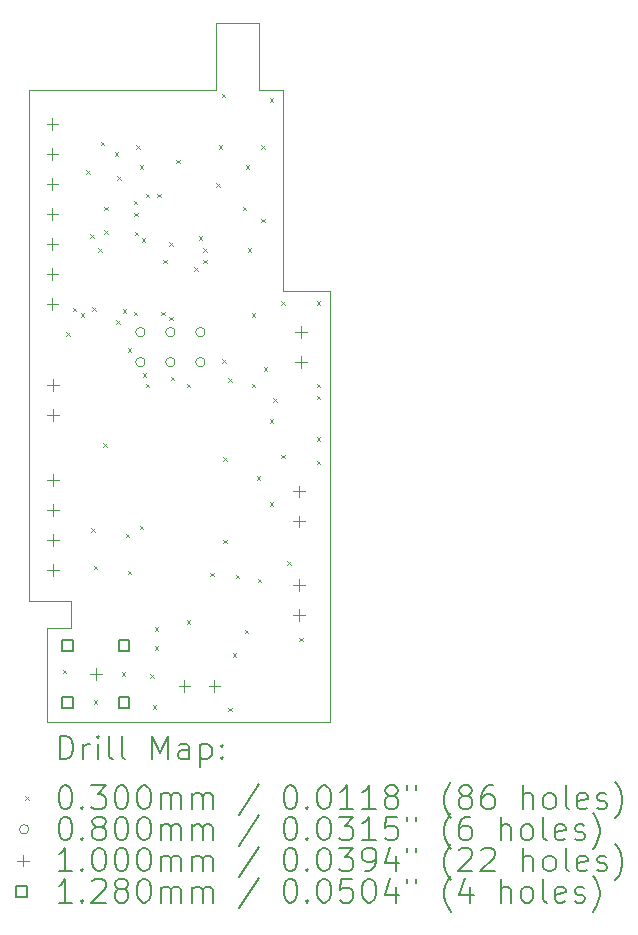
<source format=gbr>
%TF.GenerationSoftware,KiCad,Pcbnew,8.0.3-1.fc40*%
%TF.CreationDate,2024-06-24T14:15:44-04:00*%
%TF.ProjectId,OS42Micro,4f533432-4d69-4637-926f-2e6b69636164,rev?*%
%TF.SameCoordinates,Original*%
%TF.FileFunction,Drillmap*%
%TF.FilePolarity,Positive*%
%FSLAX45Y45*%
G04 Gerber Fmt 4.5, Leading zero omitted, Abs format (unit mm)*
G04 Created by KiCad (PCBNEW 8.0.3-1.fc40) date 2024-06-24 14:15:44*
%MOMM*%
%LPD*%
G01*
G04 APERTURE LIST*
%ADD10C,0.050000*%
%ADD11C,0.200000*%
%ADD12C,0.100000*%
%ADD13C,0.128000*%
G04 APERTURE END LIST*
D10*
X15150000Y-9525000D02*
X14780000Y-9525000D01*
X15150000Y-10100000D02*
X15150000Y-9525000D01*
X15350000Y-11800000D02*
X15350000Y-10100000D01*
X13550000Y-14425000D02*
X13550000Y-14650000D01*
X13550000Y-14650000D02*
X13350000Y-14650000D01*
X14780000Y-9525000D02*
X14780000Y-10100000D01*
X15750000Y-15450000D02*
X15750000Y-11800000D01*
X13350000Y-15450000D02*
X15750000Y-15450000D01*
X13350000Y-14650000D02*
X13350000Y-15450000D01*
X15750000Y-11800000D02*
X15350000Y-11800000D01*
X13200000Y-14425000D02*
X13550000Y-14425000D01*
X15350000Y-10100000D02*
X15150000Y-10100000D01*
X14780000Y-10100000D02*
X13200000Y-10100000D01*
X13200000Y-10100000D02*
X13200000Y-14425000D01*
D11*
D12*
X13485000Y-15005000D02*
X13515000Y-15035000D01*
X13515000Y-15005000D02*
X13485000Y-15035000D01*
X13515000Y-12145000D02*
X13545000Y-12175000D01*
X13545000Y-12145000D02*
X13515000Y-12175000D01*
X13568436Y-11940624D02*
X13598436Y-11970624D01*
X13598436Y-11940624D02*
X13568436Y-11970624D01*
X13635000Y-11985000D02*
X13665000Y-12015000D01*
X13665000Y-11985000D02*
X13635000Y-12015000D01*
X13685000Y-10775000D02*
X13715000Y-10805000D01*
X13715000Y-10775000D02*
X13685000Y-10805000D01*
X13717573Y-11317573D02*
X13747573Y-11347573D01*
X13747573Y-11317573D02*
X13717573Y-11347573D01*
X13725000Y-13805000D02*
X13755000Y-13835000D01*
X13755000Y-13805000D02*
X13725000Y-13835000D01*
X13735000Y-11935000D02*
X13765000Y-11965000D01*
X13765000Y-11935000D02*
X13735000Y-11965000D01*
X13745000Y-14125000D02*
X13775000Y-14155000D01*
X13775000Y-14125000D02*
X13745000Y-14155000D01*
X13745000Y-15265000D02*
X13775000Y-15295000D01*
X13775000Y-15265000D02*
X13745000Y-15295000D01*
X13785000Y-11435000D02*
X13815000Y-11465000D01*
X13815000Y-11435000D02*
X13785000Y-11465000D01*
X13805000Y-10535000D02*
X13835000Y-10565000D01*
X13835000Y-10535000D02*
X13805000Y-10565000D01*
X13825000Y-13085000D02*
X13855000Y-13115000D01*
X13855000Y-13085000D02*
X13825000Y-13115000D01*
X13835000Y-11085000D02*
X13865000Y-11115000D01*
X13865000Y-11085000D02*
X13835000Y-11115000D01*
X13835000Y-11285000D02*
X13865000Y-11315000D01*
X13865000Y-11285000D02*
X13835000Y-11315000D01*
X13925000Y-10625000D02*
X13955000Y-10655000D01*
X13955000Y-10625000D02*
X13925000Y-10655000D01*
X13935000Y-12045000D02*
X13965000Y-12075000D01*
X13965000Y-12045000D02*
X13935000Y-12075000D01*
X13945000Y-10825000D02*
X13975000Y-10855000D01*
X13975000Y-10825000D02*
X13945000Y-10855000D01*
X13985000Y-15025000D02*
X14015000Y-15055000D01*
X14015000Y-15025000D02*
X13985000Y-15055000D01*
X13990355Y-11950355D02*
X14020355Y-11980355D01*
X14020355Y-11950355D02*
X13990355Y-11980355D01*
X14017573Y-13852426D02*
X14047573Y-13882426D01*
X14047573Y-13852426D02*
X14017573Y-13882426D01*
X14035000Y-12285000D02*
X14065000Y-12315000D01*
X14065000Y-12285000D02*
X14035000Y-12315000D01*
X14035000Y-14165000D02*
X14065000Y-14195000D01*
X14065000Y-14165000D02*
X14035000Y-14195000D01*
X14085000Y-11035000D02*
X14115000Y-11065000D01*
X14115000Y-11035000D02*
X14085000Y-11065000D01*
X14085000Y-11975000D02*
X14115000Y-12005000D01*
X14115000Y-11975000D02*
X14085000Y-12005000D01*
X14090641Y-11134471D02*
X14120641Y-11164471D01*
X14120641Y-11134471D02*
X14090641Y-11164471D01*
X14094853Y-11294853D02*
X14124853Y-11324853D01*
X14124853Y-11294853D02*
X14094853Y-11324853D01*
X14105000Y-10565000D02*
X14135000Y-10595000D01*
X14135000Y-10565000D02*
X14105000Y-10595000D01*
X14135000Y-10735000D02*
X14165000Y-10765000D01*
X14165000Y-10735000D02*
X14135000Y-10765000D01*
X14135000Y-13785000D02*
X14165000Y-13815000D01*
X14165000Y-13785000D02*
X14135000Y-13815000D01*
X14151422Y-11351422D02*
X14181422Y-11381422D01*
X14181422Y-11351422D02*
X14151422Y-11381422D01*
X14162400Y-12494836D02*
X14192400Y-12524836D01*
X14192400Y-12494836D02*
X14162400Y-12524836D01*
X14185000Y-10975000D02*
X14215000Y-11005000D01*
X14215000Y-10975000D02*
X14185000Y-11005000D01*
X14185000Y-12585000D02*
X14215000Y-12615000D01*
X14215000Y-12585000D02*
X14185000Y-12615000D01*
X14225000Y-15045000D02*
X14255000Y-15075000D01*
X14255000Y-15045000D02*
X14225000Y-15075000D01*
X14245000Y-15305000D02*
X14275000Y-15335000D01*
X14275000Y-15305000D02*
X14245000Y-15335000D01*
X14265000Y-14645000D02*
X14295000Y-14675000D01*
X14295000Y-14645000D02*
X14265000Y-14675000D01*
X14265000Y-14805000D02*
X14295000Y-14835000D01*
X14295000Y-14805000D02*
X14265000Y-14835000D01*
X14284126Y-10975000D02*
X14314126Y-11005000D01*
X14314126Y-10975000D02*
X14284126Y-11005000D01*
X14317334Y-11974325D02*
X14347334Y-12004325D01*
X14347334Y-11974325D02*
X14317334Y-12004325D01*
X14335000Y-11535000D02*
X14365000Y-11565000D01*
X14365000Y-11535000D02*
X14335000Y-11565000D01*
X14385000Y-11385000D02*
X14415000Y-11415000D01*
X14415000Y-11385000D02*
X14385000Y-11415000D01*
X14385804Y-12015700D02*
X14415804Y-12045700D01*
X14415804Y-12015700D02*
X14385804Y-12045700D01*
X14397426Y-12522573D02*
X14427426Y-12552573D01*
X14427426Y-12522573D02*
X14397426Y-12552573D01*
X14445000Y-10685000D02*
X14475000Y-10715000D01*
X14475000Y-10685000D02*
X14445000Y-10715000D01*
X14535000Y-12585000D02*
X14565000Y-12615000D01*
X14565000Y-12585000D02*
X14535000Y-12615000D01*
X14535000Y-14585000D02*
X14565000Y-14615000D01*
X14565000Y-14585000D02*
X14535000Y-14615000D01*
X14599600Y-11597426D02*
X14629600Y-11627426D01*
X14629600Y-11597426D02*
X14599600Y-11627426D01*
X14635000Y-11335000D02*
X14665000Y-11365000D01*
X14665000Y-11335000D02*
X14635000Y-11365000D01*
X14675000Y-11435000D02*
X14705000Y-11465000D01*
X14705000Y-11435000D02*
X14675000Y-11465000D01*
X14675000Y-11535000D02*
X14705000Y-11565000D01*
X14705000Y-11535000D02*
X14675000Y-11565000D01*
X14735000Y-14185000D02*
X14765000Y-14215000D01*
X14765000Y-14185000D02*
X14735000Y-14215000D01*
X14785000Y-10885000D02*
X14815000Y-10915000D01*
X14815000Y-10885000D02*
X14785000Y-10915000D01*
X14805000Y-10565000D02*
X14835000Y-10595000D01*
X14835000Y-10565000D02*
X14805000Y-10595000D01*
X14831564Y-10129376D02*
X14861564Y-10159376D01*
X14861564Y-10129376D02*
X14831564Y-10159376D01*
X14835000Y-12377500D02*
X14865000Y-12407500D01*
X14865000Y-12377500D02*
X14835000Y-12407500D01*
X14845000Y-13205000D02*
X14875000Y-13235000D01*
X14875000Y-13205000D02*
X14845000Y-13235000D01*
X14845000Y-13905000D02*
X14875000Y-13935000D01*
X14875000Y-13905000D02*
X14845000Y-13935000D01*
X14885000Y-12535000D02*
X14915000Y-12565000D01*
X14915000Y-12535000D02*
X14885000Y-12565000D01*
X14885000Y-15325000D02*
X14915000Y-15355000D01*
X14915000Y-15325000D02*
X14885000Y-15355000D01*
X14925000Y-14865000D02*
X14955000Y-14895000D01*
X14955000Y-14865000D02*
X14925000Y-14895000D01*
X14949750Y-14199750D02*
X14979750Y-14229750D01*
X14979750Y-14199750D02*
X14949750Y-14229750D01*
X15009750Y-11085000D02*
X15039750Y-11115000D01*
X15039750Y-11085000D02*
X15009750Y-11115000D01*
X15025000Y-14665000D02*
X15055000Y-14695000D01*
X15055000Y-14665000D02*
X15025000Y-14695000D01*
X15035000Y-10735000D02*
X15065000Y-10765000D01*
X15065000Y-10735000D02*
X15035000Y-10765000D01*
X15049750Y-11435000D02*
X15079750Y-11465000D01*
X15079750Y-11435000D02*
X15049750Y-11465000D01*
X15085000Y-11985000D02*
X15115000Y-12015000D01*
X15115000Y-11985000D02*
X15085000Y-12015000D01*
X15085000Y-12585000D02*
X15115000Y-12615000D01*
X15115000Y-12585000D02*
X15085000Y-12615000D01*
X15125000Y-13365000D02*
X15155000Y-13395000D01*
X15155000Y-13365000D02*
X15125000Y-13395000D01*
X15135000Y-14235000D02*
X15165000Y-14265000D01*
X15165000Y-14235000D02*
X15135000Y-14265000D01*
X15165000Y-10565000D02*
X15195000Y-10595000D01*
X15195000Y-10565000D02*
X15165000Y-10595000D01*
X15165000Y-11185000D02*
X15195000Y-11215000D01*
X15195000Y-11185000D02*
X15165000Y-11215000D01*
X15185000Y-12445000D02*
X15215000Y-12475000D01*
X15215000Y-12445000D02*
X15185000Y-12475000D01*
X15235000Y-10165000D02*
X15265000Y-10195000D01*
X15265000Y-10165000D02*
X15235000Y-10195000D01*
X15235000Y-12885000D02*
X15265000Y-12915000D01*
X15265000Y-12885000D02*
X15235000Y-12915000D01*
X15235000Y-13585000D02*
X15265000Y-13615000D01*
X15265000Y-13585000D02*
X15235000Y-13615000D01*
X15265000Y-12705000D02*
X15295000Y-12735000D01*
X15295000Y-12705000D02*
X15265000Y-12735000D01*
X15335000Y-11885000D02*
X15365000Y-11915000D01*
X15365000Y-11885000D02*
X15335000Y-11915000D01*
X15335000Y-13185000D02*
X15365000Y-13215000D01*
X15365000Y-13185000D02*
X15335000Y-13215000D01*
X15385000Y-14085000D02*
X15415000Y-14115000D01*
X15415000Y-14085000D02*
X15385000Y-14115000D01*
X15485000Y-14735000D02*
X15515000Y-14765000D01*
X15515000Y-14735000D02*
X15485000Y-14765000D01*
X15635000Y-11885000D02*
X15665000Y-11915000D01*
X15665000Y-11885000D02*
X15635000Y-11915000D01*
X15635000Y-12585000D02*
X15665000Y-12615000D01*
X15665000Y-12585000D02*
X15635000Y-12615000D01*
X15635000Y-12685000D02*
X15665000Y-12715000D01*
X15665000Y-12685000D02*
X15635000Y-12715000D01*
X15635000Y-13035000D02*
X15665000Y-13065000D01*
X15665000Y-13035000D02*
X15635000Y-13065000D01*
X15635000Y-13235000D02*
X15665000Y-13265000D01*
X15665000Y-13235000D02*
X15635000Y-13265000D01*
X14182000Y-12146000D02*
G75*
G02*
X14102000Y-12146000I-40000J0D01*
G01*
X14102000Y-12146000D02*
G75*
G02*
X14182000Y-12146000I40000J0D01*
G01*
X14182000Y-12400000D02*
G75*
G02*
X14102000Y-12400000I-40000J0D01*
G01*
X14102000Y-12400000D02*
G75*
G02*
X14182000Y-12400000I40000J0D01*
G01*
X14436000Y-12146000D02*
G75*
G02*
X14356000Y-12146000I-40000J0D01*
G01*
X14356000Y-12146000D02*
G75*
G02*
X14436000Y-12146000I40000J0D01*
G01*
X14436000Y-12400000D02*
G75*
G02*
X14356000Y-12400000I-40000J0D01*
G01*
X14356000Y-12400000D02*
G75*
G02*
X14436000Y-12400000I40000J0D01*
G01*
X14690000Y-12146000D02*
G75*
G02*
X14610000Y-12146000I-40000J0D01*
G01*
X14610000Y-12146000D02*
G75*
G02*
X14690000Y-12146000I40000J0D01*
G01*
X14690000Y-12400000D02*
G75*
G02*
X14610000Y-12400000I-40000J0D01*
G01*
X14610000Y-12400000D02*
G75*
G02*
X14690000Y-12400000I40000J0D01*
G01*
X13397500Y-10336000D02*
X13397500Y-10436000D01*
X13347500Y-10386000D02*
X13447500Y-10386000D01*
X13397500Y-10590000D02*
X13397500Y-10690000D01*
X13347500Y-10640000D02*
X13447500Y-10640000D01*
X13397500Y-10844000D02*
X13397500Y-10944000D01*
X13347500Y-10894000D02*
X13447500Y-10894000D01*
X13397500Y-11098000D02*
X13397500Y-11198000D01*
X13347500Y-11148000D02*
X13447500Y-11148000D01*
X13397500Y-11352000D02*
X13397500Y-11452000D01*
X13347500Y-11402000D02*
X13447500Y-11402000D01*
X13397500Y-11606000D02*
X13397500Y-11706000D01*
X13347500Y-11656000D02*
X13447500Y-11656000D01*
X13397500Y-11860000D02*
X13397500Y-11960000D01*
X13347500Y-11910000D02*
X13447500Y-11910000D01*
X13400000Y-12546000D02*
X13400000Y-12646000D01*
X13350000Y-12596000D02*
X13450000Y-12596000D01*
X13400000Y-12800000D02*
X13400000Y-12900000D01*
X13350000Y-12850000D02*
X13450000Y-12850000D01*
X13400000Y-13346000D02*
X13400000Y-13446000D01*
X13350000Y-13396000D02*
X13450000Y-13396000D01*
X13400000Y-13600000D02*
X13400000Y-13700000D01*
X13350000Y-13650000D02*
X13450000Y-13650000D01*
X13400000Y-13854000D02*
X13400000Y-13954000D01*
X13350000Y-13904000D02*
X13450000Y-13904000D01*
X13400000Y-14108000D02*
X13400000Y-14208000D01*
X13350000Y-14158000D02*
X13450000Y-14158000D01*
X13763750Y-14990000D02*
X13763750Y-15090000D01*
X13713750Y-15040000D02*
X13813750Y-15040000D01*
X14515000Y-15092500D02*
X14515000Y-15192500D01*
X14465000Y-15142500D02*
X14565000Y-15142500D01*
X14769000Y-15092500D02*
X14769000Y-15192500D01*
X14719000Y-15142500D02*
X14819000Y-15142500D01*
X15485000Y-13445000D02*
X15485000Y-13545000D01*
X15435000Y-13495000D02*
X15535000Y-13495000D01*
X15485000Y-13699000D02*
X15485000Y-13799000D01*
X15435000Y-13749000D02*
X15535000Y-13749000D01*
X15485000Y-14235000D02*
X15485000Y-14335000D01*
X15435000Y-14285000D02*
X15535000Y-14285000D01*
X15485000Y-14489000D02*
X15485000Y-14589000D01*
X15435000Y-14539000D02*
X15535000Y-14539000D01*
X15500000Y-12096000D02*
X15500000Y-12196000D01*
X15450000Y-12146000D02*
X15550000Y-12146000D01*
X15500000Y-12350000D02*
X15500000Y-12450000D01*
X15450000Y-12400000D02*
X15550000Y-12400000D01*
D13*
X13569005Y-14845255D02*
X13569005Y-14754745D01*
X13478495Y-14754745D01*
X13478495Y-14845255D01*
X13569005Y-14845255D01*
X13569005Y-15325255D02*
X13569005Y-15234745D01*
X13478495Y-15234745D01*
X13478495Y-15325255D01*
X13569005Y-15325255D01*
X14049005Y-14845255D02*
X14049005Y-14754745D01*
X13958495Y-14754745D01*
X13958495Y-14845255D01*
X14049005Y-14845255D01*
X14049005Y-15325255D02*
X14049005Y-15234745D01*
X13958495Y-15234745D01*
X13958495Y-15325255D01*
X14049005Y-15325255D01*
D11*
X13458277Y-15763984D02*
X13458277Y-15563984D01*
X13458277Y-15563984D02*
X13505896Y-15563984D01*
X13505896Y-15563984D02*
X13534467Y-15573508D01*
X13534467Y-15573508D02*
X13553515Y-15592555D01*
X13553515Y-15592555D02*
X13563039Y-15611603D01*
X13563039Y-15611603D02*
X13572562Y-15649698D01*
X13572562Y-15649698D02*
X13572562Y-15678269D01*
X13572562Y-15678269D02*
X13563039Y-15716365D01*
X13563039Y-15716365D02*
X13553515Y-15735412D01*
X13553515Y-15735412D02*
X13534467Y-15754460D01*
X13534467Y-15754460D02*
X13505896Y-15763984D01*
X13505896Y-15763984D02*
X13458277Y-15763984D01*
X13658277Y-15763984D02*
X13658277Y-15630650D01*
X13658277Y-15668746D02*
X13667801Y-15649698D01*
X13667801Y-15649698D02*
X13677324Y-15640174D01*
X13677324Y-15640174D02*
X13696372Y-15630650D01*
X13696372Y-15630650D02*
X13715420Y-15630650D01*
X13782086Y-15763984D02*
X13782086Y-15630650D01*
X13782086Y-15563984D02*
X13772562Y-15573508D01*
X13772562Y-15573508D02*
X13782086Y-15583031D01*
X13782086Y-15583031D02*
X13791610Y-15573508D01*
X13791610Y-15573508D02*
X13782086Y-15563984D01*
X13782086Y-15563984D02*
X13782086Y-15583031D01*
X13905896Y-15763984D02*
X13886848Y-15754460D01*
X13886848Y-15754460D02*
X13877324Y-15735412D01*
X13877324Y-15735412D02*
X13877324Y-15563984D01*
X14010658Y-15763984D02*
X13991610Y-15754460D01*
X13991610Y-15754460D02*
X13982086Y-15735412D01*
X13982086Y-15735412D02*
X13982086Y-15563984D01*
X14239229Y-15763984D02*
X14239229Y-15563984D01*
X14239229Y-15563984D02*
X14305896Y-15706841D01*
X14305896Y-15706841D02*
X14372562Y-15563984D01*
X14372562Y-15563984D02*
X14372562Y-15763984D01*
X14553515Y-15763984D02*
X14553515Y-15659222D01*
X14553515Y-15659222D02*
X14543991Y-15640174D01*
X14543991Y-15640174D02*
X14524943Y-15630650D01*
X14524943Y-15630650D02*
X14486848Y-15630650D01*
X14486848Y-15630650D02*
X14467801Y-15640174D01*
X14553515Y-15754460D02*
X14534467Y-15763984D01*
X14534467Y-15763984D02*
X14486848Y-15763984D01*
X14486848Y-15763984D02*
X14467801Y-15754460D01*
X14467801Y-15754460D02*
X14458277Y-15735412D01*
X14458277Y-15735412D02*
X14458277Y-15716365D01*
X14458277Y-15716365D02*
X14467801Y-15697317D01*
X14467801Y-15697317D02*
X14486848Y-15687793D01*
X14486848Y-15687793D02*
X14534467Y-15687793D01*
X14534467Y-15687793D02*
X14553515Y-15678269D01*
X14648753Y-15630650D02*
X14648753Y-15830650D01*
X14648753Y-15640174D02*
X14667801Y-15630650D01*
X14667801Y-15630650D02*
X14705896Y-15630650D01*
X14705896Y-15630650D02*
X14724943Y-15640174D01*
X14724943Y-15640174D02*
X14734467Y-15649698D01*
X14734467Y-15649698D02*
X14743991Y-15668746D01*
X14743991Y-15668746D02*
X14743991Y-15725888D01*
X14743991Y-15725888D02*
X14734467Y-15744936D01*
X14734467Y-15744936D02*
X14724943Y-15754460D01*
X14724943Y-15754460D02*
X14705896Y-15763984D01*
X14705896Y-15763984D02*
X14667801Y-15763984D01*
X14667801Y-15763984D02*
X14648753Y-15754460D01*
X14829705Y-15744936D02*
X14839229Y-15754460D01*
X14839229Y-15754460D02*
X14829705Y-15763984D01*
X14829705Y-15763984D02*
X14820182Y-15754460D01*
X14820182Y-15754460D02*
X14829705Y-15744936D01*
X14829705Y-15744936D02*
X14829705Y-15763984D01*
X14829705Y-15640174D02*
X14839229Y-15649698D01*
X14839229Y-15649698D02*
X14829705Y-15659222D01*
X14829705Y-15659222D02*
X14820182Y-15649698D01*
X14820182Y-15649698D02*
X14829705Y-15640174D01*
X14829705Y-15640174D02*
X14829705Y-15659222D01*
D12*
X13167500Y-16077500D02*
X13197500Y-16107500D01*
X13197500Y-16077500D02*
X13167500Y-16107500D01*
D11*
X13496372Y-15983984D02*
X13515420Y-15983984D01*
X13515420Y-15983984D02*
X13534467Y-15993508D01*
X13534467Y-15993508D02*
X13543991Y-16003031D01*
X13543991Y-16003031D02*
X13553515Y-16022079D01*
X13553515Y-16022079D02*
X13563039Y-16060174D01*
X13563039Y-16060174D02*
X13563039Y-16107793D01*
X13563039Y-16107793D02*
X13553515Y-16145888D01*
X13553515Y-16145888D02*
X13543991Y-16164936D01*
X13543991Y-16164936D02*
X13534467Y-16174460D01*
X13534467Y-16174460D02*
X13515420Y-16183984D01*
X13515420Y-16183984D02*
X13496372Y-16183984D01*
X13496372Y-16183984D02*
X13477324Y-16174460D01*
X13477324Y-16174460D02*
X13467801Y-16164936D01*
X13467801Y-16164936D02*
X13458277Y-16145888D01*
X13458277Y-16145888D02*
X13448753Y-16107793D01*
X13448753Y-16107793D02*
X13448753Y-16060174D01*
X13448753Y-16060174D02*
X13458277Y-16022079D01*
X13458277Y-16022079D02*
X13467801Y-16003031D01*
X13467801Y-16003031D02*
X13477324Y-15993508D01*
X13477324Y-15993508D02*
X13496372Y-15983984D01*
X13648753Y-16164936D02*
X13658277Y-16174460D01*
X13658277Y-16174460D02*
X13648753Y-16183984D01*
X13648753Y-16183984D02*
X13639229Y-16174460D01*
X13639229Y-16174460D02*
X13648753Y-16164936D01*
X13648753Y-16164936D02*
X13648753Y-16183984D01*
X13724943Y-15983984D02*
X13848753Y-15983984D01*
X13848753Y-15983984D02*
X13782086Y-16060174D01*
X13782086Y-16060174D02*
X13810658Y-16060174D01*
X13810658Y-16060174D02*
X13829705Y-16069698D01*
X13829705Y-16069698D02*
X13839229Y-16079222D01*
X13839229Y-16079222D02*
X13848753Y-16098269D01*
X13848753Y-16098269D02*
X13848753Y-16145888D01*
X13848753Y-16145888D02*
X13839229Y-16164936D01*
X13839229Y-16164936D02*
X13829705Y-16174460D01*
X13829705Y-16174460D02*
X13810658Y-16183984D01*
X13810658Y-16183984D02*
X13753515Y-16183984D01*
X13753515Y-16183984D02*
X13734467Y-16174460D01*
X13734467Y-16174460D02*
X13724943Y-16164936D01*
X13972562Y-15983984D02*
X13991610Y-15983984D01*
X13991610Y-15983984D02*
X14010658Y-15993508D01*
X14010658Y-15993508D02*
X14020182Y-16003031D01*
X14020182Y-16003031D02*
X14029705Y-16022079D01*
X14029705Y-16022079D02*
X14039229Y-16060174D01*
X14039229Y-16060174D02*
X14039229Y-16107793D01*
X14039229Y-16107793D02*
X14029705Y-16145888D01*
X14029705Y-16145888D02*
X14020182Y-16164936D01*
X14020182Y-16164936D02*
X14010658Y-16174460D01*
X14010658Y-16174460D02*
X13991610Y-16183984D01*
X13991610Y-16183984D02*
X13972562Y-16183984D01*
X13972562Y-16183984D02*
X13953515Y-16174460D01*
X13953515Y-16174460D02*
X13943991Y-16164936D01*
X13943991Y-16164936D02*
X13934467Y-16145888D01*
X13934467Y-16145888D02*
X13924943Y-16107793D01*
X13924943Y-16107793D02*
X13924943Y-16060174D01*
X13924943Y-16060174D02*
X13934467Y-16022079D01*
X13934467Y-16022079D02*
X13943991Y-16003031D01*
X13943991Y-16003031D02*
X13953515Y-15993508D01*
X13953515Y-15993508D02*
X13972562Y-15983984D01*
X14163039Y-15983984D02*
X14182086Y-15983984D01*
X14182086Y-15983984D02*
X14201134Y-15993508D01*
X14201134Y-15993508D02*
X14210658Y-16003031D01*
X14210658Y-16003031D02*
X14220182Y-16022079D01*
X14220182Y-16022079D02*
X14229705Y-16060174D01*
X14229705Y-16060174D02*
X14229705Y-16107793D01*
X14229705Y-16107793D02*
X14220182Y-16145888D01*
X14220182Y-16145888D02*
X14210658Y-16164936D01*
X14210658Y-16164936D02*
X14201134Y-16174460D01*
X14201134Y-16174460D02*
X14182086Y-16183984D01*
X14182086Y-16183984D02*
X14163039Y-16183984D01*
X14163039Y-16183984D02*
X14143991Y-16174460D01*
X14143991Y-16174460D02*
X14134467Y-16164936D01*
X14134467Y-16164936D02*
X14124943Y-16145888D01*
X14124943Y-16145888D02*
X14115420Y-16107793D01*
X14115420Y-16107793D02*
X14115420Y-16060174D01*
X14115420Y-16060174D02*
X14124943Y-16022079D01*
X14124943Y-16022079D02*
X14134467Y-16003031D01*
X14134467Y-16003031D02*
X14143991Y-15993508D01*
X14143991Y-15993508D02*
X14163039Y-15983984D01*
X14315420Y-16183984D02*
X14315420Y-16050650D01*
X14315420Y-16069698D02*
X14324943Y-16060174D01*
X14324943Y-16060174D02*
X14343991Y-16050650D01*
X14343991Y-16050650D02*
X14372563Y-16050650D01*
X14372563Y-16050650D02*
X14391610Y-16060174D01*
X14391610Y-16060174D02*
X14401134Y-16079222D01*
X14401134Y-16079222D02*
X14401134Y-16183984D01*
X14401134Y-16079222D02*
X14410658Y-16060174D01*
X14410658Y-16060174D02*
X14429705Y-16050650D01*
X14429705Y-16050650D02*
X14458277Y-16050650D01*
X14458277Y-16050650D02*
X14477324Y-16060174D01*
X14477324Y-16060174D02*
X14486848Y-16079222D01*
X14486848Y-16079222D02*
X14486848Y-16183984D01*
X14582086Y-16183984D02*
X14582086Y-16050650D01*
X14582086Y-16069698D02*
X14591610Y-16060174D01*
X14591610Y-16060174D02*
X14610658Y-16050650D01*
X14610658Y-16050650D02*
X14639229Y-16050650D01*
X14639229Y-16050650D02*
X14658277Y-16060174D01*
X14658277Y-16060174D02*
X14667801Y-16079222D01*
X14667801Y-16079222D02*
X14667801Y-16183984D01*
X14667801Y-16079222D02*
X14677324Y-16060174D01*
X14677324Y-16060174D02*
X14696372Y-16050650D01*
X14696372Y-16050650D02*
X14724943Y-16050650D01*
X14724943Y-16050650D02*
X14743991Y-16060174D01*
X14743991Y-16060174D02*
X14753515Y-16079222D01*
X14753515Y-16079222D02*
X14753515Y-16183984D01*
X15143991Y-15974460D02*
X14972563Y-16231603D01*
X15401134Y-15983984D02*
X15420182Y-15983984D01*
X15420182Y-15983984D02*
X15439229Y-15993508D01*
X15439229Y-15993508D02*
X15448753Y-16003031D01*
X15448753Y-16003031D02*
X15458277Y-16022079D01*
X15458277Y-16022079D02*
X15467801Y-16060174D01*
X15467801Y-16060174D02*
X15467801Y-16107793D01*
X15467801Y-16107793D02*
X15458277Y-16145888D01*
X15458277Y-16145888D02*
X15448753Y-16164936D01*
X15448753Y-16164936D02*
X15439229Y-16174460D01*
X15439229Y-16174460D02*
X15420182Y-16183984D01*
X15420182Y-16183984D02*
X15401134Y-16183984D01*
X15401134Y-16183984D02*
X15382086Y-16174460D01*
X15382086Y-16174460D02*
X15372563Y-16164936D01*
X15372563Y-16164936D02*
X15363039Y-16145888D01*
X15363039Y-16145888D02*
X15353515Y-16107793D01*
X15353515Y-16107793D02*
X15353515Y-16060174D01*
X15353515Y-16060174D02*
X15363039Y-16022079D01*
X15363039Y-16022079D02*
X15372563Y-16003031D01*
X15372563Y-16003031D02*
X15382086Y-15993508D01*
X15382086Y-15993508D02*
X15401134Y-15983984D01*
X15553515Y-16164936D02*
X15563039Y-16174460D01*
X15563039Y-16174460D02*
X15553515Y-16183984D01*
X15553515Y-16183984D02*
X15543991Y-16174460D01*
X15543991Y-16174460D02*
X15553515Y-16164936D01*
X15553515Y-16164936D02*
X15553515Y-16183984D01*
X15686848Y-15983984D02*
X15705896Y-15983984D01*
X15705896Y-15983984D02*
X15724944Y-15993508D01*
X15724944Y-15993508D02*
X15734467Y-16003031D01*
X15734467Y-16003031D02*
X15743991Y-16022079D01*
X15743991Y-16022079D02*
X15753515Y-16060174D01*
X15753515Y-16060174D02*
X15753515Y-16107793D01*
X15753515Y-16107793D02*
X15743991Y-16145888D01*
X15743991Y-16145888D02*
X15734467Y-16164936D01*
X15734467Y-16164936D02*
X15724944Y-16174460D01*
X15724944Y-16174460D02*
X15705896Y-16183984D01*
X15705896Y-16183984D02*
X15686848Y-16183984D01*
X15686848Y-16183984D02*
X15667801Y-16174460D01*
X15667801Y-16174460D02*
X15658277Y-16164936D01*
X15658277Y-16164936D02*
X15648753Y-16145888D01*
X15648753Y-16145888D02*
X15639229Y-16107793D01*
X15639229Y-16107793D02*
X15639229Y-16060174D01*
X15639229Y-16060174D02*
X15648753Y-16022079D01*
X15648753Y-16022079D02*
X15658277Y-16003031D01*
X15658277Y-16003031D02*
X15667801Y-15993508D01*
X15667801Y-15993508D02*
X15686848Y-15983984D01*
X15943991Y-16183984D02*
X15829706Y-16183984D01*
X15886848Y-16183984D02*
X15886848Y-15983984D01*
X15886848Y-15983984D02*
X15867801Y-16012555D01*
X15867801Y-16012555D02*
X15848753Y-16031603D01*
X15848753Y-16031603D02*
X15829706Y-16041127D01*
X16134467Y-16183984D02*
X16020182Y-16183984D01*
X16077325Y-16183984D02*
X16077325Y-15983984D01*
X16077325Y-15983984D02*
X16058277Y-16012555D01*
X16058277Y-16012555D02*
X16039229Y-16031603D01*
X16039229Y-16031603D02*
X16020182Y-16041127D01*
X16248753Y-16069698D02*
X16229706Y-16060174D01*
X16229706Y-16060174D02*
X16220182Y-16050650D01*
X16220182Y-16050650D02*
X16210658Y-16031603D01*
X16210658Y-16031603D02*
X16210658Y-16022079D01*
X16210658Y-16022079D02*
X16220182Y-16003031D01*
X16220182Y-16003031D02*
X16229706Y-15993508D01*
X16229706Y-15993508D02*
X16248753Y-15983984D01*
X16248753Y-15983984D02*
X16286848Y-15983984D01*
X16286848Y-15983984D02*
X16305896Y-15993508D01*
X16305896Y-15993508D02*
X16315420Y-16003031D01*
X16315420Y-16003031D02*
X16324944Y-16022079D01*
X16324944Y-16022079D02*
X16324944Y-16031603D01*
X16324944Y-16031603D02*
X16315420Y-16050650D01*
X16315420Y-16050650D02*
X16305896Y-16060174D01*
X16305896Y-16060174D02*
X16286848Y-16069698D01*
X16286848Y-16069698D02*
X16248753Y-16069698D01*
X16248753Y-16069698D02*
X16229706Y-16079222D01*
X16229706Y-16079222D02*
X16220182Y-16088746D01*
X16220182Y-16088746D02*
X16210658Y-16107793D01*
X16210658Y-16107793D02*
X16210658Y-16145888D01*
X16210658Y-16145888D02*
X16220182Y-16164936D01*
X16220182Y-16164936D02*
X16229706Y-16174460D01*
X16229706Y-16174460D02*
X16248753Y-16183984D01*
X16248753Y-16183984D02*
X16286848Y-16183984D01*
X16286848Y-16183984D02*
X16305896Y-16174460D01*
X16305896Y-16174460D02*
X16315420Y-16164936D01*
X16315420Y-16164936D02*
X16324944Y-16145888D01*
X16324944Y-16145888D02*
X16324944Y-16107793D01*
X16324944Y-16107793D02*
X16315420Y-16088746D01*
X16315420Y-16088746D02*
X16305896Y-16079222D01*
X16305896Y-16079222D02*
X16286848Y-16069698D01*
X16401134Y-15983984D02*
X16401134Y-16022079D01*
X16477325Y-15983984D02*
X16477325Y-16022079D01*
X16772563Y-16260174D02*
X16763039Y-16250650D01*
X16763039Y-16250650D02*
X16743991Y-16222079D01*
X16743991Y-16222079D02*
X16734468Y-16203031D01*
X16734468Y-16203031D02*
X16724944Y-16174460D01*
X16724944Y-16174460D02*
X16715420Y-16126841D01*
X16715420Y-16126841D02*
X16715420Y-16088746D01*
X16715420Y-16088746D02*
X16724944Y-16041127D01*
X16724944Y-16041127D02*
X16734468Y-16012555D01*
X16734468Y-16012555D02*
X16743991Y-15993508D01*
X16743991Y-15993508D02*
X16763039Y-15964936D01*
X16763039Y-15964936D02*
X16772563Y-15955412D01*
X16877325Y-16069698D02*
X16858277Y-16060174D01*
X16858277Y-16060174D02*
X16848753Y-16050650D01*
X16848753Y-16050650D02*
X16839230Y-16031603D01*
X16839230Y-16031603D02*
X16839230Y-16022079D01*
X16839230Y-16022079D02*
X16848753Y-16003031D01*
X16848753Y-16003031D02*
X16858277Y-15993508D01*
X16858277Y-15993508D02*
X16877325Y-15983984D01*
X16877325Y-15983984D02*
X16915420Y-15983984D01*
X16915420Y-15983984D02*
X16934468Y-15993508D01*
X16934468Y-15993508D02*
X16943991Y-16003031D01*
X16943991Y-16003031D02*
X16953515Y-16022079D01*
X16953515Y-16022079D02*
X16953515Y-16031603D01*
X16953515Y-16031603D02*
X16943991Y-16050650D01*
X16943991Y-16050650D02*
X16934468Y-16060174D01*
X16934468Y-16060174D02*
X16915420Y-16069698D01*
X16915420Y-16069698D02*
X16877325Y-16069698D01*
X16877325Y-16069698D02*
X16858277Y-16079222D01*
X16858277Y-16079222D02*
X16848753Y-16088746D01*
X16848753Y-16088746D02*
X16839230Y-16107793D01*
X16839230Y-16107793D02*
X16839230Y-16145888D01*
X16839230Y-16145888D02*
X16848753Y-16164936D01*
X16848753Y-16164936D02*
X16858277Y-16174460D01*
X16858277Y-16174460D02*
X16877325Y-16183984D01*
X16877325Y-16183984D02*
X16915420Y-16183984D01*
X16915420Y-16183984D02*
X16934468Y-16174460D01*
X16934468Y-16174460D02*
X16943991Y-16164936D01*
X16943991Y-16164936D02*
X16953515Y-16145888D01*
X16953515Y-16145888D02*
X16953515Y-16107793D01*
X16953515Y-16107793D02*
X16943991Y-16088746D01*
X16943991Y-16088746D02*
X16934468Y-16079222D01*
X16934468Y-16079222D02*
X16915420Y-16069698D01*
X17124944Y-15983984D02*
X17086849Y-15983984D01*
X17086849Y-15983984D02*
X17067801Y-15993508D01*
X17067801Y-15993508D02*
X17058277Y-16003031D01*
X17058277Y-16003031D02*
X17039230Y-16031603D01*
X17039230Y-16031603D02*
X17029706Y-16069698D01*
X17029706Y-16069698D02*
X17029706Y-16145888D01*
X17029706Y-16145888D02*
X17039230Y-16164936D01*
X17039230Y-16164936D02*
X17048753Y-16174460D01*
X17048753Y-16174460D02*
X17067801Y-16183984D01*
X17067801Y-16183984D02*
X17105896Y-16183984D01*
X17105896Y-16183984D02*
X17124944Y-16174460D01*
X17124944Y-16174460D02*
X17134468Y-16164936D01*
X17134468Y-16164936D02*
X17143991Y-16145888D01*
X17143991Y-16145888D02*
X17143991Y-16098269D01*
X17143991Y-16098269D02*
X17134468Y-16079222D01*
X17134468Y-16079222D02*
X17124944Y-16069698D01*
X17124944Y-16069698D02*
X17105896Y-16060174D01*
X17105896Y-16060174D02*
X17067801Y-16060174D01*
X17067801Y-16060174D02*
X17048753Y-16069698D01*
X17048753Y-16069698D02*
X17039230Y-16079222D01*
X17039230Y-16079222D02*
X17029706Y-16098269D01*
X17382087Y-16183984D02*
X17382087Y-15983984D01*
X17467801Y-16183984D02*
X17467801Y-16079222D01*
X17467801Y-16079222D02*
X17458277Y-16060174D01*
X17458277Y-16060174D02*
X17439230Y-16050650D01*
X17439230Y-16050650D02*
X17410658Y-16050650D01*
X17410658Y-16050650D02*
X17391611Y-16060174D01*
X17391611Y-16060174D02*
X17382087Y-16069698D01*
X17591611Y-16183984D02*
X17572563Y-16174460D01*
X17572563Y-16174460D02*
X17563039Y-16164936D01*
X17563039Y-16164936D02*
X17553515Y-16145888D01*
X17553515Y-16145888D02*
X17553515Y-16088746D01*
X17553515Y-16088746D02*
X17563039Y-16069698D01*
X17563039Y-16069698D02*
X17572563Y-16060174D01*
X17572563Y-16060174D02*
X17591611Y-16050650D01*
X17591611Y-16050650D02*
X17620182Y-16050650D01*
X17620182Y-16050650D02*
X17639230Y-16060174D01*
X17639230Y-16060174D02*
X17648753Y-16069698D01*
X17648753Y-16069698D02*
X17658277Y-16088746D01*
X17658277Y-16088746D02*
X17658277Y-16145888D01*
X17658277Y-16145888D02*
X17648753Y-16164936D01*
X17648753Y-16164936D02*
X17639230Y-16174460D01*
X17639230Y-16174460D02*
X17620182Y-16183984D01*
X17620182Y-16183984D02*
X17591611Y-16183984D01*
X17772563Y-16183984D02*
X17753515Y-16174460D01*
X17753515Y-16174460D02*
X17743992Y-16155412D01*
X17743992Y-16155412D02*
X17743992Y-15983984D01*
X17924944Y-16174460D02*
X17905896Y-16183984D01*
X17905896Y-16183984D02*
X17867801Y-16183984D01*
X17867801Y-16183984D02*
X17848753Y-16174460D01*
X17848753Y-16174460D02*
X17839230Y-16155412D01*
X17839230Y-16155412D02*
X17839230Y-16079222D01*
X17839230Y-16079222D02*
X17848753Y-16060174D01*
X17848753Y-16060174D02*
X17867801Y-16050650D01*
X17867801Y-16050650D02*
X17905896Y-16050650D01*
X17905896Y-16050650D02*
X17924944Y-16060174D01*
X17924944Y-16060174D02*
X17934468Y-16079222D01*
X17934468Y-16079222D02*
X17934468Y-16098269D01*
X17934468Y-16098269D02*
X17839230Y-16117317D01*
X18010658Y-16174460D02*
X18029706Y-16183984D01*
X18029706Y-16183984D02*
X18067801Y-16183984D01*
X18067801Y-16183984D02*
X18086849Y-16174460D01*
X18086849Y-16174460D02*
X18096373Y-16155412D01*
X18096373Y-16155412D02*
X18096373Y-16145888D01*
X18096373Y-16145888D02*
X18086849Y-16126841D01*
X18086849Y-16126841D02*
X18067801Y-16117317D01*
X18067801Y-16117317D02*
X18039230Y-16117317D01*
X18039230Y-16117317D02*
X18020182Y-16107793D01*
X18020182Y-16107793D02*
X18010658Y-16088746D01*
X18010658Y-16088746D02*
X18010658Y-16079222D01*
X18010658Y-16079222D02*
X18020182Y-16060174D01*
X18020182Y-16060174D02*
X18039230Y-16050650D01*
X18039230Y-16050650D02*
X18067801Y-16050650D01*
X18067801Y-16050650D02*
X18086849Y-16060174D01*
X18163039Y-16260174D02*
X18172563Y-16250650D01*
X18172563Y-16250650D02*
X18191611Y-16222079D01*
X18191611Y-16222079D02*
X18201134Y-16203031D01*
X18201134Y-16203031D02*
X18210658Y-16174460D01*
X18210658Y-16174460D02*
X18220182Y-16126841D01*
X18220182Y-16126841D02*
X18220182Y-16088746D01*
X18220182Y-16088746D02*
X18210658Y-16041127D01*
X18210658Y-16041127D02*
X18201134Y-16012555D01*
X18201134Y-16012555D02*
X18191611Y-15993508D01*
X18191611Y-15993508D02*
X18172563Y-15964936D01*
X18172563Y-15964936D02*
X18163039Y-15955412D01*
D12*
X13197500Y-16356500D02*
G75*
G02*
X13117500Y-16356500I-40000J0D01*
G01*
X13117500Y-16356500D02*
G75*
G02*
X13197500Y-16356500I40000J0D01*
G01*
D11*
X13496372Y-16247984D02*
X13515420Y-16247984D01*
X13515420Y-16247984D02*
X13534467Y-16257508D01*
X13534467Y-16257508D02*
X13543991Y-16267031D01*
X13543991Y-16267031D02*
X13553515Y-16286079D01*
X13553515Y-16286079D02*
X13563039Y-16324174D01*
X13563039Y-16324174D02*
X13563039Y-16371793D01*
X13563039Y-16371793D02*
X13553515Y-16409888D01*
X13553515Y-16409888D02*
X13543991Y-16428936D01*
X13543991Y-16428936D02*
X13534467Y-16438460D01*
X13534467Y-16438460D02*
X13515420Y-16447984D01*
X13515420Y-16447984D02*
X13496372Y-16447984D01*
X13496372Y-16447984D02*
X13477324Y-16438460D01*
X13477324Y-16438460D02*
X13467801Y-16428936D01*
X13467801Y-16428936D02*
X13458277Y-16409888D01*
X13458277Y-16409888D02*
X13448753Y-16371793D01*
X13448753Y-16371793D02*
X13448753Y-16324174D01*
X13448753Y-16324174D02*
X13458277Y-16286079D01*
X13458277Y-16286079D02*
X13467801Y-16267031D01*
X13467801Y-16267031D02*
X13477324Y-16257508D01*
X13477324Y-16257508D02*
X13496372Y-16247984D01*
X13648753Y-16428936D02*
X13658277Y-16438460D01*
X13658277Y-16438460D02*
X13648753Y-16447984D01*
X13648753Y-16447984D02*
X13639229Y-16438460D01*
X13639229Y-16438460D02*
X13648753Y-16428936D01*
X13648753Y-16428936D02*
X13648753Y-16447984D01*
X13772562Y-16333698D02*
X13753515Y-16324174D01*
X13753515Y-16324174D02*
X13743991Y-16314650D01*
X13743991Y-16314650D02*
X13734467Y-16295603D01*
X13734467Y-16295603D02*
X13734467Y-16286079D01*
X13734467Y-16286079D02*
X13743991Y-16267031D01*
X13743991Y-16267031D02*
X13753515Y-16257508D01*
X13753515Y-16257508D02*
X13772562Y-16247984D01*
X13772562Y-16247984D02*
X13810658Y-16247984D01*
X13810658Y-16247984D02*
X13829705Y-16257508D01*
X13829705Y-16257508D02*
X13839229Y-16267031D01*
X13839229Y-16267031D02*
X13848753Y-16286079D01*
X13848753Y-16286079D02*
X13848753Y-16295603D01*
X13848753Y-16295603D02*
X13839229Y-16314650D01*
X13839229Y-16314650D02*
X13829705Y-16324174D01*
X13829705Y-16324174D02*
X13810658Y-16333698D01*
X13810658Y-16333698D02*
X13772562Y-16333698D01*
X13772562Y-16333698D02*
X13753515Y-16343222D01*
X13753515Y-16343222D02*
X13743991Y-16352746D01*
X13743991Y-16352746D02*
X13734467Y-16371793D01*
X13734467Y-16371793D02*
X13734467Y-16409888D01*
X13734467Y-16409888D02*
X13743991Y-16428936D01*
X13743991Y-16428936D02*
X13753515Y-16438460D01*
X13753515Y-16438460D02*
X13772562Y-16447984D01*
X13772562Y-16447984D02*
X13810658Y-16447984D01*
X13810658Y-16447984D02*
X13829705Y-16438460D01*
X13829705Y-16438460D02*
X13839229Y-16428936D01*
X13839229Y-16428936D02*
X13848753Y-16409888D01*
X13848753Y-16409888D02*
X13848753Y-16371793D01*
X13848753Y-16371793D02*
X13839229Y-16352746D01*
X13839229Y-16352746D02*
X13829705Y-16343222D01*
X13829705Y-16343222D02*
X13810658Y-16333698D01*
X13972562Y-16247984D02*
X13991610Y-16247984D01*
X13991610Y-16247984D02*
X14010658Y-16257508D01*
X14010658Y-16257508D02*
X14020182Y-16267031D01*
X14020182Y-16267031D02*
X14029705Y-16286079D01*
X14029705Y-16286079D02*
X14039229Y-16324174D01*
X14039229Y-16324174D02*
X14039229Y-16371793D01*
X14039229Y-16371793D02*
X14029705Y-16409888D01*
X14029705Y-16409888D02*
X14020182Y-16428936D01*
X14020182Y-16428936D02*
X14010658Y-16438460D01*
X14010658Y-16438460D02*
X13991610Y-16447984D01*
X13991610Y-16447984D02*
X13972562Y-16447984D01*
X13972562Y-16447984D02*
X13953515Y-16438460D01*
X13953515Y-16438460D02*
X13943991Y-16428936D01*
X13943991Y-16428936D02*
X13934467Y-16409888D01*
X13934467Y-16409888D02*
X13924943Y-16371793D01*
X13924943Y-16371793D02*
X13924943Y-16324174D01*
X13924943Y-16324174D02*
X13934467Y-16286079D01*
X13934467Y-16286079D02*
X13943991Y-16267031D01*
X13943991Y-16267031D02*
X13953515Y-16257508D01*
X13953515Y-16257508D02*
X13972562Y-16247984D01*
X14163039Y-16247984D02*
X14182086Y-16247984D01*
X14182086Y-16247984D02*
X14201134Y-16257508D01*
X14201134Y-16257508D02*
X14210658Y-16267031D01*
X14210658Y-16267031D02*
X14220182Y-16286079D01*
X14220182Y-16286079D02*
X14229705Y-16324174D01*
X14229705Y-16324174D02*
X14229705Y-16371793D01*
X14229705Y-16371793D02*
X14220182Y-16409888D01*
X14220182Y-16409888D02*
X14210658Y-16428936D01*
X14210658Y-16428936D02*
X14201134Y-16438460D01*
X14201134Y-16438460D02*
X14182086Y-16447984D01*
X14182086Y-16447984D02*
X14163039Y-16447984D01*
X14163039Y-16447984D02*
X14143991Y-16438460D01*
X14143991Y-16438460D02*
X14134467Y-16428936D01*
X14134467Y-16428936D02*
X14124943Y-16409888D01*
X14124943Y-16409888D02*
X14115420Y-16371793D01*
X14115420Y-16371793D02*
X14115420Y-16324174D01*
X14115420Y-16324174D02*
X14124943Y-16286079D01*
X14124943Y-16286079D02*
X14134467Y-16267031D01*
X14134467Y-16267031D02*
X14143991Y-16257508D01*
X14143991Y-16257508D02*
X14163039Y-16247984D01*
X14315420Y-16447984D02*
X14315420Y-16314650D01*
X14315420Y-16333698D02*
X14324943Y-16324174D01*
X14324943Y-16324174D02*
X14343991Y-16314650D01*
X14343991Y-16314650D02*
X14372563Y-16314650D01*
X14372563Y-16314650D02*
X14391610Y-16324174D01*
X14391610Y-16324174D02*
X14401134Y-16343222D01*
X14401134Y-16343222D02*
X14401134Y-16447984D01*
X14401134Y-16343222D02*
X14410658Y-16324174D01*
X14410658Y-16324174D02*
X14429705Y-16314650D01*
X14429705Y-16314650D02*
X14458277Y-16314650D01*
X14458277Y-16314650D02*
X14477324Y-16324174D01*
X14477324Y-16324174D02*
X14486848Y-16343222D01*
X14486848Y-16343222D02*
X14486848Y-16447984D01*
X14582086Y-16447984D02*
X14582086Y-16314650D01*
X14582086Y-16333698D02*
X14591610Y-16324174D01*
X14591610Y-16324174D02*
X14610658Y-16314650D01*
X14610658Y-16314650D02*
X14639229Y-16314650D01*
X14639229Y-16314650D02*
X14658277Y-16324174D01*
X14658277Y-16324174D02*
X14667801Y-16343222D01*
X14667801Y-16343222D02*
X14667801Y-16447984D01*
X14667801Y-16343222D02*
X14677324Y-16324174D01*
X14677324Y-16324174D02*
X14696372Y-16314650D01*
X14696372Y-16314650D02*
X14724943Y-16314650D01*
X14724943Y-16314650D02*
X14743991Y-16324174D01*
X14743991Y-16324174D02*
X14753515Y-16343222D01*
X14753515Y-16343222D02*
X14753515Y-16447984D01*
X15143991Y-16238460D02*
X14972563Y-16495603D01*
X15401134Y-16247984D02*
X15420182Y-16247984D01*
X15420182Y-16247984D02*
X15439229Y-16257508D01*
X15439229Y-16257508D02*
X15448753Y-16267031D01*
X15448753Y-16267031D02*
X15458277Y-16286079D01*
X15458277Y-16286079D02*
X15467801Y-16324174D01*
X15467801Y-16324174D02*
X15467801Y-16371793D01*
X15467801Y-16371793D02*
X15458277Y-16409888D01*
X15458277Y-16409888D02*
X15448753Y-16428936D01*
X15448753Y-16428936D02*
X15439229Y-16438460D01*
X15439229Y-16438460D02*
X15420182Y-16447984D01*
X15420182Y-16447984D02*
X15401134Y-16447984D01*
X15401134Y-16447984D02*
X15382086Y-16438460D01*
X15382086Y-16438460D02*
X15372563Y-16428936D01*
X15372563Y-16428936D02*
X15363039Y-16409888D01*
X15363039Y-16409888D02*
X15353515Y-16371793D01*
X15353515Y-16371793D02*
X15353515Y-16324174D01*
X15353515Y-16324174D02*
X15363039Y-16286079D01*
X15363039Y-16286079D02*
X15372563Y-16267031D01*
X15372563Y-16267031D02*
X15382086Y-16257508D01*
X15382086Y-16257508D02*
X15401134Y-16247984D01*
X15553515Y-16428936D02*
X15563039Y-16438460D01*
X15563039Y-16438460D02*
X15553515Y-16447984D01*
X15553515Y-16447984D02*
X15543991Y-16438460D01*
X15543991Y-16438460D02*
X15553515Y-16428936D01*
X15553515Y-16428936D02*
X15553515Y-16447984D01*
X15686848Y-16247984D02*
X15705896Y-16247984D01*
X15705896Y-16247984D02*
X15724944Y-16257508D01*
X15724944Y-16257508D02*
X15734467Y-16267031D01*
X15734467Y-16267031D02*
X15743991Y-16286079D01*
X15743991Y-16286079D02*
X15753515Y-16324174D01*
X15753515Y-16324174D02*
X15753515Y-16371793D01*
X15753515Y-16371793D02*
X15743991Y-16409888D01*
X15743991Y-16409888D02*
X15734467Y-16428936D01*
X15734467Y-16428936D02*
X15724944Y-16438460D01*
X15724944Y-16438460D02*
X15705896Y-16447984D01*
X15705896Y-16447984D02*
X15686848Y-16447984D01*
X15686848Y-16447984D02*
X15667801Y-16438460D01*
X15667801Y-16438460D02*
X15658277Y-16428936D01*
X15658277Y-16428936D02*
X15648753Y-16409888D01*
X15648753Y-16409888D02*
X15639229Y-16371793D01*
X15639229Y-16371793D02*
X15639229Y-16324174D01*
X15639229Y-16324174D02*
X15648753Y-16286079D01*
X15648753Y-16286079D02*
X15658277Y-16267031D01*
X15658277Y-16267031D02*
X15667801Y-16257508D01*
X15667801Y-16257508D02*
X15686848Y-16247984D01*
X15820182Y-16247984D02*
X15943991Y-16247984D01*
X15943991Y-16247984D02*
X15877325Y-16324174D01*
X15877325Y-16324174D02*
X15905896Y-16324174D01*
X15905896Y-16324174D02*
X15924944Y-16333698D01*
X15924944Y-16333698D02*
X15934467Y-16343222D01*
X15934467Y-16343222D02*
X15943991Y-16362269D01*
X15943991Y-16362269D02*
X15943991Y-16409888D01*
X15943991Y-16409888D02*
X15934467Y-16428936D01*
X15934467Y-16428936D02*
X15924944Y-16438460D01*
X15924944Y-16438460D02*
X15905896Y-16447984D01*
X15905896Y-16447984D02*
X15848753Y-16447984D01*
X15848753Y-16447984D02*
X15829706Y-16438460D01*
X15829706Y-16438460D02*
X15820182Y-16428936D01*
X16134467Y-16447984D02*
X16020182Y-16447984D01*
X16077325Y-16447984D02*
X16077325Y-16247984D01*
X16077325Y-16247984D02*
X16058277Y-16276555D01*
X16058277Y-16276555D02*
X16039229Y-16295603D01*
X16039229Y-16295603D02*
X16020182Y-16305127D01*
X16315420Y-16247984D02*
X16220182Y-16247984D01*
X16220182Y-16247984D02*
X16210658Y-16343222D01*
X16210658Y-16343222D02*
X16220182Y-16333698D01*
X16220182Y-16333698D02*
X16239229Y-16324174D01*
X16239229Y-16324174D02*
X16286848Y-16324174D01*
X16286848Y-16324174D02*
X16305896Y-16333698D01*
X16305896Y-16333698D02*
X16315420Y-16343222D01*
X16315420Y-16343222D02*
X16324944Y-16362269D01*
X16324944Y-16362269D02*
X16324944Y-16409888D01*
X16324944Y-16409888D02*
X16315420Y-16428936D01*
X16315420Y-16428936D02*
X16305896Y-16438460D01*
X16305896Y-16438460D02*
X16286848Y-16447984D01*
X16286848Y-16447984D02*
X16239229Y-16447984D01*
X16239229Y-16447984D02*
X16220182Y-16438460D01*
X16220182Y-16438460D02*
X16210658Y-16428936D01*
X16401134Y-16247984D02*
X16401134Y-16286079D01*
X16477325Y-16247984D02*
X16477325Y-16286079D01*
X16772563Y-16524174D02*
X16763039Y-16514650D01*
X16763039Y-16514650D02*
X16743991Y-16486079D01*
X16743991Y-16486079D02*
X16734468Y-16467031D01*
X16734468Y-16467031D02*
X16724944Y-16438460D01*
X16724944Y-16438460D02*
X16715420Y-16390841D01*
X16715420Y-16390841D02*
X16715420Y-16352746D01*
X16715420Y-16352746D02*
X16724944Y-16305127D01*
X16724944Y-16305127D02*
X16734468Y-16276555D01*
X16734468Y-16276555D02*
X16743991Y-16257508D01*
X16743991Y-16257508D02*
X16763039Y-16228936D01*
X16763039Y-16228936D02*
X16772563Y-16219412D01*
X16934468Y-16247984D02*
X16896372Y-16247984D01*
X16896372Y-16247984D02*
X16877325Y-16257508D01*
X16877325Y-16257508D02*
X16867801Y-16267031D01*
X16867801Y-16267031D02*
X16848753Y-16295603D01*
X16848753Y-16295603D02*
X16839230Y-16333698D01*
X16839230Y-16333698D02*
X16839230Y-16409888D01*
X16839230Y-16409888D02*
X16848753Y-16428936D01*
X16848753Y-16428936D02*
X16858277Y-16438460D01*
X16858277Y-16438460D02*
X16877325Y-16447984D01*
X16877325Y-16447984D02*
X16915420Y-16447984D01*
X16915420Y-16447984D02*
X16934468Y-16438460D01*
X16934468Y-16438460D02*
X16943991Y-16428936D01*
X16943991Y-16428936D02*
X16953515Y-16409888D01*
X16953515Y-16409888D02*
X16953515Y-16362269D01*
X16953515Y-16362269D02*
X16943991Y-16343222D01*
X16943991Y-16343222D02*
X16934468Y-16333698D01*
X16934468Y-16333698D02*
X16915420Y-16324174D01*
X16915420Y-16324174D02*
X16877325Y-16324174D01*
X16877325Y-16324174D02*
X16858277Y-16333698D01*
X16858277Y-16333698D02*
X16848753Y-16343222D01*
X16848753Y-16343222D02*
X16839230Y-16362269D01*
X17191611Y-16447984D02*
X17191611Y-16247984D01*
X17277325Y-16447984D02*
X17277325Y-16343222D01*
X17277325Y-16343222D02*
X17267801Y-16324174D01*
X17267801Y-16324174D02*
X17248753Y-16314650D01*
X17248753Y-16314650D02*
X17220182Y-16314650D01*
X17220182Y-16314650D02*
X17201134Y-16324174D01*
X17201134Y-16324174D02*
X17191611Y-16333698D01*
X17401134Y-16447984D02*
X17382087Y-16438460D01*
X17382087Y-16438460D02*
X17372563Y-16428936D01*
X17372563Y-16428936D02*
X17363039Y-16409888D01*
X17363039Y-16409888D02*
X17363039Y-16352746D01*
X17363039Y-16352746D02*
X17372563Y-16333698D01*
X17372563Y-16333698D02*
X17382087Y-16324174D01*
X17382087Y-16324174D02*
X17401134Y-16314650D01*
X17401134Y-16314650D02*
X17429706Y-16314650D01*
X17429706Y-16314650D02*
X17448753Y-16324174D01*
X17448753Y-16324174D02*
X17458277Y-16333698D01*
X17458277Y-16333698D02*
X17467801Y-16352746D01*
X17467801Y-16352746D02*
X17467801Y-16409888D01*
X17467801Y-16409888D02*
X17458277Y-16428936D01*
X17458277Y-16428936D02*
X17448753Y-16438460D01*
X17448753Y-16438460D02*
X17429706Y-16447984D01*
X17429706Y-16447984D02*
X17401134Y-16447984D01*
X17582087Y-16447984D02*
X17563039Y-16438460D01*
X17563039Y-16438460D02*
X17553515Y-16419412D01*
X17553515Y-16419412D02*
X17553515Y-16247984D01*
X17734468Y-16438460D02*
X17715420Y-16447984D01*
X17715420Y-16447984D02*
X17677325Y-16447984D01*
X17677325Y-16447984D02*
X17658277Y-16438460D01*
X17658277Y-16438460D02*
X17648753Y-16419412D01*
X17648753Y-16419412D02*
X17648753Y-16343222D01*
X17648753Y-16343222D02*
X17658277Y-16324174D01*
X17658277Y-16324174D02*
X17677325Y-16314650D01*
X17677325Y-16314650D02*
X17715420Y-16314650D01*
X17715420Y-16314650D02*
X17734468Y-16324174D01*
X17734468Y-16324174D02*
X17743992Y-16343222D01*
X17743992Y-16343222D02*
X17743992Y-16362269D01*
X17743992Y-16362269D02*
X17648753Y-16381317D01*
X17820182Y-16438460D02*
X17839230Y-16447984D01*
X17839230Y-16447984D02*
X17877325Y-16447984D01*
X17877325Y-16447984D02*
X17896373Y-16438460D01*
X17896373Y-16438460D02*
X17905896Y-16419412D01*
X17905896Y-16419412D02*
X17905896Y-16409888D01*
X17905896Y-16409888D02*
X17896373Y-16390841D01*
X17896373Y-16390841D02*
X17877325Y-16381317D01*
X17877325Y-16381317D02*
X17848753Y-16381317D01*
X17848753Y-16381317D02*
X17829706Y-16371793D01*
X17829706Y-16371793D02*
X17820182Y-16352746D01*
X17820182Y-16352746D02*
X17820182Y-16343222D01*
X17820182Y-16343222D02*
X17829706Y-16324174D01*
X17829706Y-16324174D02*
X17848753Y-16314650D01*
X17848753Y-16314650D02*
X17877325Y-16314650D01*
X17877325Y-16314650D02*
X17896373Y-16324174D01*
X17972563Y-16524174D02*
X17982087Y-16514650D01*
X17982087Y-16514650D02*
X18001134Y-16486079D01*
X18001134Y-16486079D02*
X18010658Y-16467031D01*
X18010658Y-16467031D02*
X18020182Y-16438460D01*
X18020182Y-16438460D02*
X18029706Y-16390841D01*
X18029706Y-16390841D02*
X18029706Y-16352746D01*
X18029706Y-16352746D02*
X18020182Y-16305127D01*
X18020182Y-16305127D02*
X18010658Y-16276555D01*
X18010658Y-16276555D02*
X18001134Y-16257508D01*
X18001134Y-16257508D02*
X17982087Y-16228936D01*
X17982087Y-16228936D02*
X17972563Y-16219412D01*
D12*
X13147500Y-16570500D02*
X13147500Y-16670500D01*
X13097500Y-16620500D02*
X13197500Y-16620500D01*
D11*
X13563039Y-16711984D02*
X13448753Y-16711984D01*
X13505896Y-16711984D02*
X13505896Y-16511984D01*
X13505896Y-16511984D02*
X13486848Y-16540555D01*
X13486848Y-16540555D02*
X13467801Y-16559603D01*
X13467801Y-16559603D02*
X13448753Y-16569127D01*
X13648753Y-16692936D02*
X13658277Y-16702460D01*
X13658277Y-16702460D02*
X13648753Y-16711984D01*
X13648753Y-16711984D02*
X13639229Y-16702460D01*
X13639229Y-16702460D02*
X13648753Y-16692936D01*
X13648753Y-16692936D02*
X13648753Y-16711984D01*
X13782086Y-16511984D02*
X13801134Y-16511984D01*
X13801134Y-16511984D02*
X13820182Y-16521508D01*
X13820182Y-16521508D02*
X13829705Y-16531031D01*
X13829705Y-16531031D02*
X13839229Y-16550079D01*
X13839229Y-16550079D02*
X13848753Y-16588174D01*
X13848753Y-16588174D02*
X13848753Y-16635793D01*
X13848753Y-16635793D02*
X13839229Y-16673888D01*
X13839229Y-16673888D02*
X13829705Y-16692936D01*
X13829705Y-16692936D02*
X13820182Y-16702460D01*
X13820182Y-16702460D02*
X13801134Y-16711984D01*
X13801134Y-16711984D02*
X13782086Y-16711984D01*
X13782086Y-16711984D02*
X13763039Y-16702460D01*
X13763039Y-16702460D02*
X13753515Y-16692936D01*
X13753515Y-16692936D02*
X13743991Y-16673888D01*
X13743991Y-16673888D02*
X13734467Y-16635793D01*
X13734467Y-16635793D02*
X13734467Y-16588174D01*
X13734467Y-16588174D02*
X13743991Y-16550079D01*
X13743991Y-16550079D02*
X13753515Y-16531031D01*
X13753515Y-16531031D02*
X13763039Y-16521508D01*
X13763039Y-16521508D02*
X13782086Y-16511984D01*
X13972562Y-16511984D02*
X13991610Y-16511984D01*
X13991610Y-16511984D02*
X14010658Y-16521508D01*
X14010658Y-16521508D02*
X14020182Y-16531031D01*
X14020182Y-16531031D02*
X14029705Y-16550079D01*
X14029705Y-16550079D02*
X14039229Y-16588174D01*
X14039229Y-16588174D02*
X14039229Y-16635793D01*
X14039229Y-16635793D02*
X14029705Y-16673888D01*
X14029705Y-16673888D02*
X14020182Y-16692936D01*
X14020182Y-16692936D02*
X14010658Y-16702460D01*
X14010658Y-16702460D02*
X13991610Y-16711984D01*
X13991610Y-16711984D02*
X13972562Y-16711984D01*
X13972562Y-16711984D02*
X13953515Y-16702460D01*
X13953515Y-16702460D02*
X13943991Y-16692936D01*
X13943991Y-16692936D02*
X13934467Y-16673888D01*
X13934467Y-16673888D02*
X13924943Y-16635793D01*
X13924943Y-16635793D02*
X13924943Y-16588174D01*
X13924943Y-16588174D02*
X13934467Y-16550079D01*
X13934467Y-16550079D02*
X13943991Y-16531031D01*
X13943991Y-16531031D02*
X13953515Y-16521508D01*
X13953515Y-16521508D02*
X13972562Y-16511984D01*
X14163039Y-16511984D02*
X14182086Y-16511984D01*
X14182086Y-16511984D02*
X14201134Y-16521508D01*
X14201134Y-16521508D02*
X14210658Y-16531031D01*
X14210658Y-16531031D02*
X14220182Y-16550079D01*
X14220182Y-16550079D02*
X14229705Y-16588174D01*
X14229705Y-16588174D02*
X14229705Y-16635793D01*
X14229705Y-16635793D02*
X14220182Y-16673888D01*
X14220182Y-16673888D02*
X14210658Y-16692936D01*
X14210658Y-16692936D02*
X14201134Y-16702460D01*
X14201134Y-16702460D02*
X14182086Y-16711984D01*
X14182086Y-16711984D02*
X14163039Y-16711984D01*
X14163039Y-16711984D02*
X14143991Y-16702460D01*
X14143991Y-16702460D02*
X14134467Y-16692936D01*
X14134467Y-16692936D02*
X14124943Y-16673888D01*
X14124943Y-16673888D02*
X14115420Y-16635793D01*
X14115420Y-16635793D02*
X14115420Y-16588174D01*
X14115420Y-16588174D02*
X14124943Y-16550079D01*
X14124943Y-16550079D02*
X14134467Y-16531031D01*
X14134467Y-16531031D02*
X14143991Y-16521508D01*
X14143991Y-16521508D02*
X14163039Y-16511984D01*
X14315420Y-16711984D02*
X14315420Y-16578650D01*
X14315420Y-16597698D02*
X14324943Y-16588174D01*
X14324943Y-16588174D02*
X14343991Y-16578650D01*
X14343991Y-16578650D02*
X14372563Y-16578650D01*
X14372563Y-16578650D02*
X14391610Y-16588174D01*
X14391610Y-16588174D02*
X14401134Y-16607222D01*
X14401134Y-16607222D02*
X14401134Y-16711984D01*
X14401134Y-16607222D02*
X14410658Y-16588174D01*
X14410658Y-16588174D02*
X14429705Y-16578650D01*
X14429705Y-16578650D02*
X14458277Y-16578650D01*
X14458277Y-16578650D02*
X14477324Y-16588174D01*
X14477324Y-16588174D02*
X14486848Y-16607222D01*
X14486848Y-16607222D02*
X14486848Y-16711984D01*
X14582086Y-16711984D02*
X14582086Y-16578650D01*
X14582086Y-16597698D02*
X14591610Y-16588174D01*
X14591610Y-16588174D02*
X14610658Y-16578650D01*
X14610658Y-16578650D02*
X14639229Y-16578650D01*
X14639229Y-16578650D02*
X14658277Y-16588174D01*
X14658277Y-16588174D02*
X14667801Y-16607222D01*
X14667801Y-16607222D02*
X14667801Y-16711984D01*
X14667801Y-16607222D02*
X14677324Y-16588174D01*
X14677324Y-16588174D02*
X14696372Y-16578650D01*
X14696372Y-16578650D02*
X14724943Y-16578650D01*
X14724943Y-16578650D02*
X14743991Y-16588174D01*
X14743991Y-16588174D02*
X14753515Y-16607222D01*
X14753515Y-16607222D02*
X14753515Y-16711984D01*
X15143991Y-16502460D02*
X14972563Y-16759603D01*
X15401134Y-16511984D02*
X15420182Y-16511984D01*
X15420182Y-16511984D02*
X15439229Y-16521508D01*
X15439229Y-16521508D02*
X15448753Y-16531031D01*
X15448753Y-16531031D02*
X15458277Y-16550079D01*
X15458277Y-16550079D02*
X15467801Y-16588174D01*
X15467801Y-16588174D02*
X15467801Y-16635793D01*
X15467801Y-16635793D02*
X15458277Y-16673888D01*
X15458277Y-16673888D02*
X15448753Y-16692936D01*
X15448753Y-16692936D02*
X15439229Y-16702460D01*
X15439229Y-16702460D02*
X15420182Y-16711984D01*
X15420182Y-16711984D02*
X15401134Y-16711984D01*
X15401134Y-16711984D02*
X15382086Y-16702460D01*
X15382086Y-16702460D02*
X15372563Y-16692936D01*
X15372563Y-16692936D02*
X15363039Y-16673888D01*
X15363039Y-16673888D02*
X15353515Y-16635793D01*
X15353515Y-16635793D02*
X15353515Y-16588174D01*
X15353515Y-16588174D02*
X15363039Y-16550079D01*
X15363039Y-16550079D02*
X15372563Y-16531031D01*
X15372563Y-16531031D02*
X15382086Y-16521508D01*
X15382086Y-16521508D02*
X15401134Y-16511984D01*
X15553515Y-16692936D02*
X15563039Y-16702460D01*
X15563039Y-16702460D02*
X15553515Y-16711984D01*
X15553515Y-16711984D02*
X15543991Y-16702460D01*
X15543991Y-16702460D02*
X15553515Y-16692936D01*
X15553515Y-16692936D02*
X15553515Y-16711984D01*
X15686848Y-16511984D02*
X15705896Y-16511984D01*
X15705896Y-16511984D02*
X15724944Y-16521508D01*
X15724944Y-16521508D02*
X15734467Y-16531031D01*
X15734467Y-16531031D02*
X15743991Y-16550079D01*
X15743991Y-16550079D02*
X15753515Y-16588174D01*
X15753515Y-16588174D02*
X15753515Y-16635793D01*
X15753515Y-16635793D02*
X15743991Y-16673888D01*
X15743991Y-16673888D02*
X15734467Y-16692936D01*
X15734467Y-16692936D02*
X15724944Y-16702460D01*
X15724944Y-16702460D02*
X15705896Y-16711984D01*
X15705896Y-16711984D02*
X15686848Y-16711984D01*
X15686848Y-16711984D02*
X15667801Y-16702460D01*
X15667801Y-16702460D02*
X15658277Y-16692936D01*
X15658277Y-16692936D02*
X15648753Y-16673888D01*
X15648753Y-16673888D02*
X15639229Y-16635793D01*
X15639229Y-16635793D02*
X15639229Y-16588174D01*
X15639229Y-16588174D02*
X15648753Y-16550079D01*
X15648753Y-16550079D02*
X15658277Y-16531031D01*
X15658277Y-16531031D02*
X15667801Y-16521508D01*
X15667801Y-16521508D02*
X15686848Y-16511984D01*
X15820182Y-16511984D02*
X15943991Y-16511984D01*
X15943991Y-16511984D02*
X15877325Y-16588174D01*
X15877325Y-16588174D02*
X15905896Y-16588174D01*
X15905896Y-16588174D02*
X15924944Y-16597698D01*
X15924944Y-16597698D02*
X15934467Y-16607222D01*
X15934467Y-16607222D02*
X15943991Y-16626269D01*
X15943991Y-16626269D02*
X15943991Y-16673888D01*
X15943991Y-16673888D02*
X15934467Y-16692936D01*
X15934467Y-16692936D02*
X15924944Y-16702460D01*
X15924944Y-16702460D02*
X15905896Y-16711984D01*
X15905896Y-16711984D02*
X15848753Y-16711984D01*
X15848753Y-16711984D02*
X15829706Y-16702460D01*
X15829706Y-16702460D02*
X15820182Y-16692936D01*
X16039229Y-16711984D02*
X16077325Y-16711984D01*
X16077325Y-16711984D02*
X16096372Y-16702460D01*
X16096372Y-16702460D02*
X16105896Y-16692936D01*
X16105896Y-16692936D02*
X16124944Y-16664365D01*
X16124944Y-16664365D02*
X16134467Y-16626269D01*
X16134467Y-16626269D02*
X16134467Y-16550079D01*
X16134467Y-16550079D02*
X16124944Y-16531031D01*
X16124944Y-16531031D02*
X16115420Y-16521508D01*
X16115420Y-16521508D02*
X16096372Y-16511984D01*
X16096372Y-16511984D02*
X16058277Y-16511984D01*
X16058277Y-16511984D02*
X16039229Y-16521508D01*
X16039229Y-16521508D02*
X16029706Y-16531031D01*
X16029706Y-16531031D02*
X16020182Y-16550079D01*
X16020182Y-16550079D02*
X16020182Y-16597698D01*
X16020182Y-16597698D02*
X16029706Y-16616746D01*
X16029706Y-16616746D02*
X16039229Y-16626269D01*
X16039229Y-16626269D02*
X16058277Y-16635793D01*
X16058277Y-16635793D02*
X16096372Y-16635793D01*
X16096372Y-16635793D02*
X16115420Y-16626269D01*
X16115420Y-16626269D02*
X16124944Y-16616746D01*
X16124944Y-16616746D02*
X16134467Y-16597698D01*
X16305896Y-16578650D02*
X16305896Y-16711984D01*
X16258277Y-16502460D02*
X16210658Y-16645317D01*
X16210658Y-16645317D02*
X16334467Y-16645317D01*
X16401134Y-16511984D02*
X16401134Y-16550079D01*
X16477325Y-16511984D02*
X16477325Y-16550079D01*
X16772563Y-16788174D02*
X16763039Y-16778650D01*
X16763039Y-16778650D02*
X16743991Y-16750079D01*
X16743991Y-16750079D02*
X16734468Y-16731031D01*
X16734468Y-16731031D02*
X16724944Y-16702460D01*
X16724944Y-16702460D02*
X16715420Y-16654841D01*
X16715420Y-16654841D02*
X16715420Y-16616746D01*
X16715420Y-16616746D02*
X16724944Y-16569127D01*
X16724944Y-16569127D02*
X16734468Y-16540555D01*
X16734468Y-16540555D02*
X16743991Y-16521508D01*
X16743991Y-16521508D02*
X16763039Y-16492936D01*
X16763039Y-16492936D02*
X16772563Y-16483412D01*
X16839230Y-16531031D02*
X16848753Y-16521508D01*
X16848753Y-16521508D02*
X16867801Y-16511984D01*
X16867801Y-16511984D02*
X16915420Y-16511984D01*
X16915420Y-16511984D02*
X16934468Y-16521508D01*
X16934468Y-16521508D02*
X16943991Y-16531031D01*
X16943991Y-16531031D02*
X16953515Y-16550079D01*
X16953515Y-16550079D02*
X16953515Y-16569127D01*
X16953515Y-16569127D02*
X16943991Y-16597698D01*
X16943991Y-16597698D02*
X16829706Y-16711984D01*
X16829706Y-16711984D02*
X16953515Y-16711984D01*
X17029706Y-16531031D02*
X17039230Y-16521508D01*
X17039230Y-16521508D02*
X17058277Y-16511984D01*
X17058277Y-16511984D02*
X17105896Y-16511984D01*
X17105896Y-16511984D02*
X17124944Y-16521508D01*
X17124944Y-16521508D02*
X17134468Y-16531031D01*
X17134468Y-16531031D02*
X17143991Y-16550079D01*
X17143991Y-16550079D02*
X17143991Y-16569127D01*
X17143991Y-16569127D02*
X17134468Y-16597698D01*
X17134468Y-16597698D02*
X17020182Y-16711984D01*
X17020182Y-16711984D02*
X17143991Y-16711984D01*
X17382087Y-16711984D02*
X17382087Y-16511984D01*
X17467801Y-16711984D02*
X17467801Y-16607222D01*
X17467801Y-16607222D02*
X17458277Y-16588174D01*
X17458277Y-16588174D02*
X17439230Y-16578650D01*
X17439230Y-16578650D02*
X17410658Y-16578650D01*
X17410658Y-16578650D02*
X17391611Y-16588174D01*
X17391611Y-16588174D02*
X17382087Y-16597698D01*
X17591611Y-16711984D02*
X17572563Y-16702460D01*
X17572563Y-16702460D02*
X17563039Y-16692936D01*
X17563039Y-16692936D02*
X17553515Y-16673888D01*
X17553515Y-16673888D02*
X17553515Y-16616746D01*
X17553515Y-16616746D02*
X17563039Y-16597698D01*
X17563039Y-16597698D02*
X17572563Y-16588174D01*
X17572563Y-16588174D02*
X17591611Y-16578650D01*
X17591611Y-16578650D02*
X17620182Y-16578650D01*
X17620182Y-16578650D02*
X17639230Y-16588174D01*
X17639230Y-16588174D02*
X17648753Y-16597698D01*
X17648753Y-16597698D02*
X17658277Y-16616746D01*
X17658277Y-16616746D02*
X17658277Y-16673888D01*
X17658277Y-16673888D02*
X17648753Y-16692936D01*
X17648753Y-16692936D02*
X17639230Y-16702460D01*
X17639230Y-16702460D02*
X17620182Y-16711984D01*
X17620182Y-16711984D02*
X17591611Y-16711984D01*
X17772563Y-16711984D02*
X17753515Y-16702460D01*
X17753515Y-16702460D02*
X17743992Y-16683412D01*
X17743992Y-16683412D02*
X17743992Y-16511984D01*
X17924944Y-16702460D02*
X17905896Y-16711984D01*
X17905896Y-16711984D02*
X17867801Y-16711984D01*
X17867801Y-16711984D02*
X17848753Y-16702460D01*
X17848753Y-16702460D02*
X17839230Y-16683412D01*
X17839230Y-16683412D02*
X17839230Y-16607222D01*
X17839230Y-16607222D02*
X17848753Y-16588174D01*
X17848753Y-16588174D02*
X17867801Y-16578650D01*
X17867801Y-16578650D02*
X17905896Y-16578650D01*
X17905896Y-16578650D02*
X17924944Y-16588174D01*
X17924944Y-16588174D02*
X17934468Y-16607222D01*
X17934468Y-16607222D02*
X17934468Y-16626269D01*
X17934468Y-16626269D02*
X17839230Y-16645317D01*
X18010658Y-16702460D02*
X18029706Y-16711984D01*
X18029706Y-16711984D02*
X18067801Y-16711984D01*
X18067801Y-16711984D02*
X18086849Y-16702460D01*
X18086849Y-16702460D02*
X18096373Y-16683412D01*
X18096373Y-16683412D02*
X18096373Y-16673888D01*
X18096373Y-16673888D02*
X18086849Y-16654841D01*
X18086849Y-16654841D02*
X18067801Y-16645317D01*
X18067801Y-16645317D02*
X18039230Y-16645317D01*
X18039230Y-16645317D02*
X18020182Y-16635793D01*
X18020182Y-16635793D02*
X18010658Y-16616746D01*
X18010658Y-16616746D02*
X18010658Y-16607222D01*
X18010658Y-16607222D02*
X18020182Y-16588174D01*
X18020182Y-16588174D02*
X18039230Y-16578650D01*
X18039230Y-16578650D02*
X18067801Y-16578650D01*
X18067801Y-16578650D02*
X18086849Y-16588174D01*
X18163039Y-16788174D02*
X18172563Y-16778650D01*
X18172563Y-16778650D02*
X18191611Y-16750079D01*
X18191611Y-16750079D02*
X18201134Y-16731031D01*
X18201134Y-16731031D02*
X18210658Y-16702460D01*
X18210658Y-16702460D02*
X18220182Y-16654841D01*
X18220182Y-16654841D02*
X18220182Y-16616746D01*
X18220182Y-16616746D02*
X18210658Y-16569127D01*
X18210658Y-16569127D02*
X18201134Y-16540555D01*
X18201134Y-16540555D02*
X18191611Y-16521508D01*
X18191611Y-16521508D02*
X18172563Y-16492936D01*
X18172563Y-16492936D02*
X18163039Y-16483412D01*
D13*
X13178755Y-16929755D02*
X13178755Y-16839245D01*
X13088245Y-16839245D01*
X13088245Y-16929755D01*
X13178755Y-16929755D01*
D11*
X13563039Y-16975984D02*
X13448753Y-16975984D01*
X13505896Y-16975984D02*
X13505896Y-16775984D01*
X13505896Y-16775984D02*
X13486848Y-16804555D01*
X13486848Y-16804555D02*
X13467801Y-16823603D01*
X13467801Y-16823603D02*
X13448753Y-16833127D01*
X13648753Y-16956936D02*
X13658277Y-16966460D01*
X13658277Y-16966460D02*
X13648753Y-16975984D01*
X13648753Y-16975984D02*
X13639229Y-16966460D01*
X13639229Y-16966460D02*
X13648753Y-16956936D01*
X13648753Y-16956936D02*
X13648753Y-16975984D01*
X13734467Y-16795031D02*
X13743991Y-16785508D01*
X13743991Y-16785508D02*
X13763039Y-16775984D01*
X13763039Y-16775984D02*
X13810658Y-16775984D01*
X13810658Y-16775984D02*
X13829705Y-16785508D01*
X13829705Y-16785508D02*
X13839229Y-16795031D01*
X13839229Y-16795031D02*
X13848753Y-16814079D01*
X13848753Y-16814079D02*
X13848753Y-16833127D01*
X13848753Y-16833127D02*
X13839229Y-16861698D01*
X13839229Y-16861698D02*
X13724943Y-16975984D01*
X13724943Y-16975984D02*
X13848753Y-16975984D01*
X13963039Y-16861698D02*
X13943991Y-16852174D01*
X13943991Y-16852174D02*
X13934467Y-16842650D01*
X13934467Y-16842650D02*
X13924943Y-16823603D01*
X13924943Y-16823603D02*
X13924943Y-16814079D01*
X13924943Y-16814079D02*
X13934467Y-16795031D01*
X13934467Y-16795031D02*
X13943991Y-16785508D01*
X13943991Y-16785508D02*
X13963039Y-16775984D01*
X13963039Y-16775984D02*
X14001134Y-16775984D01*
X14001134Y-16775984D02*
X14020182Y-16785508D01*
X14020182Y-16785508D02*
X14029705Y-16795031D01*
X14029705Y-16795031D02*
X14039229Y-16814079D01*
X14039229Y-16814079D02*
X14039229Y-16823603D01*
X14039229Y-16823603D02*
X14029705Y-16842650D01*
X14029705Y-16842650D02*
X14020182Y-16852174D01*
X14020182Y-16852174D02*
X14001134Y-16861698D01*
X14001134Y-16861698D02*
X13963039Y-16861698D01*
X13963039Y-16861698D02*
X13943991Y-16871222D01*
X13943991Y-16871222D02*
X13934467Y-16880746D01*
X13934467Y-16880746D02*
X13924943Y-16899793D01*
X13924943Y-16899793D02*
X13924943Y-16937889D01*
X13924943Y-16937889D02*
X13934467Y-16956936D01*
X13934467Y-16956936D02*
X13943991Y-16966460D01*
X13943991Y-16966460D02*
X13963039Y-16975984D01*
X13963039Y-16975984D02*
X14001134Y-16975984D01*
X14001134Y-16975984D02*
X14020182Y-16966460D01*
X14020182Y-16966460D02*
X14029705Y-16956936D01*
X14029705Y-16956936D02*
X14039229Y-16937889D01*
X14039229Y-16937889D02*
X14039229Y-16899793D01*
X14039229Y-16899793D02*
X14029705Y-16880746D01*
X14029705Y-16880746D02*
X14020182Y-16871222D01*
X14020182Y-16871222D02*
X14001134Y-16861698D01*
X14163039Y-16775984D02*
X14182086Y-16775984D01*
X14182086Y-16775984D02*
X14201134Y-16785508D01*
X14201134Y-16785508D02*
X14210658Y-16795031D01*
X14210658Y-16795031D02*
X14220182Y-16814079D01*
X14220182Y-16814079D02*
X14229705Y-16852174D01*
X14229705Y-16852174D02*
X14229705Y-16899793D01*
X14229705Y-16899793D02*
X14220182Y-16937889D01*
X14220182Y-16937889D02*
X14210658Y-16956936D01*
X14210658Y-16956936D02*
X14201134Y-16966460D01*
X14201134Y-16966460D02*
X14182086Y-16975984D01*
X14182086Y-16975984D02*
X14163039Y-16975984D01*
X14163039Y-16975984D02*
X14143991Y-16966460D01*
X14143991Y-16966460D02*
X14134467Y-16956936D01*
X14134467Y-16956936D02*
X14124943Y-16937889D01*
X14124943Y-16937889D02*
X14115420Y-16899793D01*
X14115420Y-16899793D02*
X14115420Y-16852174D01*
X14115420Y-16852174D02*
X14124943Y-16814079D01*
X14124943Y-16814079D02*
X14134467Y-16795031D01*
X14134467Y-16795031D02*
X14143991Y-16785508D01*
X14143991Y-16785508D02*
X14163039Y-16775984D01*
X14315420Y-16975984D02*
X14315420Y-16842650D01*
X14315420Y-16861698D02*
X14324943Y-16852174D01*
X14324943Y-16852174D02*
X14343991Y-16842650D01*
X14343991Y-16842650D02*
X14372563Y-16842650D01*
X14372563Y-16842650D02*
X14391610Y-16852174D01*
X14391610Y-16852174D02*
X14401134Y-16871222D01*
X14401134Y-16871222D02*
X14401134Y-16975984D01*
X14401134Y-16871222D02*
X14410658Y-16852174D01*
X14410658Y-16852174D02*
X14429705Y-16842650D01*
X14429705Y-16842650D02*
X14458277Y-16842650D01*
X14458277Y-16842650D02*
X14477324Y-16852174D01*
X14477324Y-16852174D02*
X14486848Y-16871222D01*
X14486848Y-16871222D02*
X14486848Y-16975984D01*
X14582086Y-16975984D02*
X14582086Y-16842650D01*
X14582086Y-16861698D02*
X14591610Y-16852174D01*
X14591610Y-16852174D02*
X14610658Y-16842650D01*
X14610658Y-16842650D02*
X14639229Y-16842650D01*
X14639229Y-16842650D02*
X14658277Y-16852174D01*
X14658277Y-16852174D02*
X14667801Y-16871222D01*
X14667801Y-16871222D02*
X14667801Y-16975984D01*
X14667801Y-16871222D02*
X14677324Y-16852174D01*
X14677324Y-16852174D02*
X14696372Y-16842650D01*
X14696372Y-16842650D02*
X14724943Y-16842650D01*
X14724943Y-16842650D02*
X14743991Y-16852174D01*
X14743991Y-16852174D02*
X14753515Y-16871222D01*
X14753515Y-16871222D02*
X14753515Y-16975984D01*
X15143991Y-16766460D02*
X14972563Y-17023603D01*
X15401134Y-16775984D02*
X15420182Y-16775984D01*
X15420182Y-16775984D02*
X15439229Y-16785508D01*
X15439229Y-16785508D02*
X15448753Y-16795031D01*
X15448753Y-16795031D02*
X15458277Y-16814079D01*
X15458277Y-16814079D02*
X15467801Y-16852174D01*
X15467801Y-16852174D02*
X15467801Y-16899793D01*
X15467801Y-16899793D02*
X15458277Y-16937889D01*
X15458277Y-16937889D02*
X15448753Y-16956936D01*
X15448753Y-16956936D02*
X15439229Y-16966460D01*
X15439229Y-16966460D02*
X15420182Y-16975984D01*
X15420182Y-16975984D02*
X15401134Y-16975984D01*
X15401134Y-16975984D02*
X15382086Y-16966460D01*
X15382086Y-16966460D02*
X15372563Y-16956936D01*
X15372563Y-16956936D02*
X15363039Y-16937889D01*
X15363039Y-16937889D02*
X15353515Y-16899793D01*
X15353515Y-16899793D02*
X15353515Y-16852174D01*
X15353515Y-16852174D02*
X15363039Y-16814079D01*
X15363039Y-16814079D02*
X15372563Y-16795031D01*
X15372563Y-16795031D02*
X15382086Y-16785508D01*
X15382086Y-16785508D02*
X15401134Y-16775984D01*
X15553515Y-16956936D02*
X15563039Y-16966460D01*
X15563039Y-16966460D02*
X15553515Y-16975984D01*
X15553515Y-16975984D02*
X15543991Y-16966460D01*
X15543991Y-16966460D02*
X15553515Y-16956936D01*
X15553515Y-16956936D02*
X15553515Y-16975984D01*
X15686848Y-16775984D02*
X15705896Y-16775984D01*
X15705896Y-16775984D02*
X15724944Y-16785508D01*
X15724944Y-16785508D02*
X15734467Y-16795031D01*
X15734467Y-16795031D02*
X15743991Y-16814079D01*
X15743991Y-16814079D02*
X15753515Y-16852174D01*
X15753515Y-16852174D02*
X15753515Y-16899793D01*
X15753515Y-16899793D02*
X15743991Y-16937889D01*
X15743991Y-16937889D02*
X15734467Y-16956936D01*
X15734467Y-16956936D02*
X15724944Y-16966460D01*
X15724944Y-16966460D02*
X15705896Y-16975984D01*
X15705896Y-16975984D02*
X15686848Y-16975984D01*
X15686848Y-16975984D02*
X15667801Y-16966460D01*
X15667801Y-16966460D02*
X15658277Y-16956936D01*
X15658277Y-16956936D02*
X15648753Y-16937889D01*
X15648753Y-16937889D02*
X15639229Y-16899793D01*
X15639229Y-16899793D02*
X15639229Y-16852174D01*
X15639229Y-16852174D02*
X15648753Y-16814079D01*
X15648753Y-16814079D02*
X15658277Y-16795031D01*
X15658277Y-16795031D02*
X15667801Y-16785508D01*
X15667801Y-16785508D02*
X15686848Y-16775984D01*
X15934467Y-16775984D02*
X15839229Y-16775984D01*
X15839229Y-16775984D02*
X15829706Y-16871222D01*
X15829706Y-16871222D02*
X15839229Y-16861698D01*
X15839229Y-16861698D02*
X15858277Y-16852174D01*
X15858277Y-16852174D02*
X15905896Y-16852174D01*
X15905896Y-16852174D02*
X15924944Y-16861698D01*
X15924944Y-16861698D02*
X15934467Y-16871222D01*
X15934467Y-16871222D02*
X15943991Y-16890270D01*
X15943991Y-16890270D02*
X15943991Y-16937889D01*
X15943991Y-16937889D02*
X15934467Y-16956936D01*
X15934467Y-16956936D02*
X15924944Y-16966460D01*
X15924944Y-16966460D02*
X15905896Y-16975984D01*
X15905896Y-16975984D02*
X15858277Y-16975984D01*
X15858277Y-16975984D02*
X15839229Y-16966460D01*
X15839229Y-16966460D02*
X15829706Y-16956936D01*
X16067801Y-16775984D02*
X16086848Y-16775984D01*
X16086848Y-16775984D02*
X16105896Y-16785508D01*
X16105896Y-16785508D02*
X16115420Y-16795031D01*
X16115420Y-16795031D02*
X16124944Y-16814079D01*
X16124944Y-16814079D02*
X16134467Y-16852174D01*
X16134467Y-16852174D02*
X16134467Y-16899793D01*
X16134467Y-16899793D02*
X16124944Y-16937889D01*
X16124944Y-16937889D02*
X16115420Y-16956936D01*
X16115420Y-16956936D02*
X16105896Y-16966460D01*
X16105896Y-16966460D02*
X16086848Y-16975984D01*
X16086848Y-16975984D02*
X16067801Y-16975984D01*
X16067801Y-16975984D02*
X16048753Y-16966460D01*
X16048753Y-16966460D02*
X16039229Y-16956936D01*
X16039229Y-16956936D02*
X16029706Y-16937889D01*
X16029706Y-16937889D02*
X16020182Y-16899793D01*
X16020182Y-16899793D02*
X16020182Y-16852174D01*
X16020182Y-16852174D02*
X16029706Y-16814079D01*
X16029706Y-16814079D02*
X16039229Y-16795031D01*
X16039229Y-16795031D02*
X16048753Y-16785508D01*
X16048753Y-16785508D02*
X16067801Y-16775984D01*
X16305896Y-16842650D02*
X16305896Y-16975984D01*
X16258277Y-16766460D02*
X16210658Y-16909317D01*
X16210658Y-16909317D02*
X16334467Y-16909317D01*
X16401134Y-16775984D02*
X16401134Y-16814079D01*
X16477325Y-16775984D02*
X16477325Y-16814079D01*
X16772563Y-17052174D02*
X16763039Y-17042650D01*
X16763039Y-17042650D02*
X16743991Y-17014079D01*
X16743991Y-17014079D02*
X16734468Y-16995031D01*
X16734468Y-16995031D02*
X16724944Y-16966460D01*
X16724944Y-16966460D02*
X16715420Y-16918841D01*
X16715420Y-16918841D02*
X16715420Y-16880746D01*
X16715420Y-16880746D02*
X16724944Y-16833127D01*
X16724944Y-16833127D02*
X16734468Y-16804555D01*
X16734468Y-16804555D02*
X16743991Y-16785508D01*
X16743991Y-16785508D02*
X16763039Y-16756936D01*
X16763039Y-16756936D02*
X16772563Y-16747412D01*
X16934468Y-16842650D02*
X16934468Y-16975984D01*
X16886849Y-16766460D02*
X16839230Y-16909317D01*
X16839230Y-16909317D02*
X16963039Y-16909317D01*
X17191611Y-16975984D02*
X17191611Y-16775984D01*
X17277325Y-16975984D02*
X17277325Y-16871222D01*
X17277325Y-16871222D02*
X17267801Y-16852174D01*
X17267801Y-16852174D02*
X17248753Y-16842650D01*
X17248753Y-16842650D02*
X17220182Y-16842650D01*
X17220182Y-16842650D02*
X17201134Y-16852174D01*
X17201134Y-16852174D02*
X17191611Y-16861698D01*
X17401134Y-16975984D02*
X17382087Y-16966460D01*
X17382087Y-16966460D02*
X17372563Y-16956936D01*
X17372563Y-16956936D02*
X17363039Y-16937889D01*
X17363039Y-16937889D02*
X17363039Y-16880746D01*
X17363039Y-16880746D02*
X17372563Y-16861698D01*
X17372563Y-16861698D02*
X17382087Y-16852174D01*
X17382087Y-16852174D02*
X17401134Y-16842650D01*
X17401134Y-16842650D02*
X17429706Y-16842650D01*
X17429706Y-16842650D02*
X17448753Y-16852174D01*
X17448753Y-16852174D02*
X17458277Y-16861698D01*
X17458277Y-16861698D02*
X17467801Y-16880746D01*
X17467801Y-16880746D02*
X17467801Y-16937889D01*
X17467801Y-16937889D02*
X17458277Y-16956936D01*
X17458277Y-16956936D02*
X17448753Y-16966460D01*
X17448753Y-16966460D02*
X17429706Y-16975984D01*
X17429706Y-16975984D02*
X17401134Y-16975984D01*
X17582087Y-16975984D02*
X17563039Y-16966460D01*
X17563039Y-16966460D02*
X17553515Y-16947412D01*
X17553515Y-16947412D02*
X17553515Y-16775984D01*
X17734468Y-16966460D02*
X17715420Y-16975984D01*
X17715420Y-16975984D02*
X17677325Y-16975984D01*
X17677325Y-16975984D02*
X17658277Y-16966460D01*
X17658277Y-16966460D02*
X17648753Y-16947412D01*
X17648753Y-16947412D02*
X17648753Y-16871222D01*
X17648753Y-16871222D02*
X17658277Y-16852174D01*
X17658277Y-16852174D02*
X17677325Y-16842650D01*
X17677325Y-16842650D02*
X17715420Y-16842650D01*
X17715420Y-16842650D02*
X17734468Y-16852174D01*
X17734468Y-16852174D02*
X17743992Y-16871222D01*
X17743992Y-16871222D02*
X17743992Y-16890270D01*
X17743992Y-16890270D02*
X17648753Y-16909317D01*
X17820182Y-16966460D02*
X17839230Y-16975984D01*
X17839230Y-16975984D02*
X17877325Y-16975984D01*
X17877325Y-16975984D02*
X17896373Y-16966460D01*
X17896373Y-16966460D02*
X17905896Y-16947412D01*
X17905896Y-16947412D02*
X17905896Y-16937889D01*
X17905896Y-16937889D02*
X17896373Y-16918841D01*
X17896373Y-16918841D02*
X17877325Y-16909317D01*
X17877325Y-16909317D02*
X17848753Y-16909317D01*
X17848753Y-16909317D02*
X17829706Y-16899793D01*
X17829706Y-16899793D02*
X17820182Y-16880746D01*
X17820182Y-16880746D02*
X17820182Y-16871222D01*
X17820182Y-16871222D02*
X17829706Y-16852174D01*
X17829706Y-16852174D02*
X17848753Y-16842650D01*
X17848753Y-16842650D02*
X17877325Y-16842650D01*
X17877325Y-16842650D02*
X17896373Y-16852174D01*
X17972563Y-17052174D02*
X17982087Y-17042650D01*
X17982087Y-17042650D02*
X18001134Y-17014079D01*
X18001134Y-17014079D02*
X18010658Y-16995031D01*
X18010658Y-16995031D02*
X18020182Y-16966460D01*
X18020182Y-16966460D02*
X18029706Y-16918841D01*
X18029706Y-16918841D02*
X18029706Y-16880746D01*
X18029706Y-16880746D02*
X18020182Y-16833127D01*
X18020182Y-16833127D02*
X18010658Y-16804555D01*
X18010658Y-16804555D02*
X18001134Y-16785508D01*
X18001134Y-16785508D02*
X17982087Y-16756936D01*
X17982087Y-16756936D02*
X17972563Y-16747412D01*
M02*

</source>
